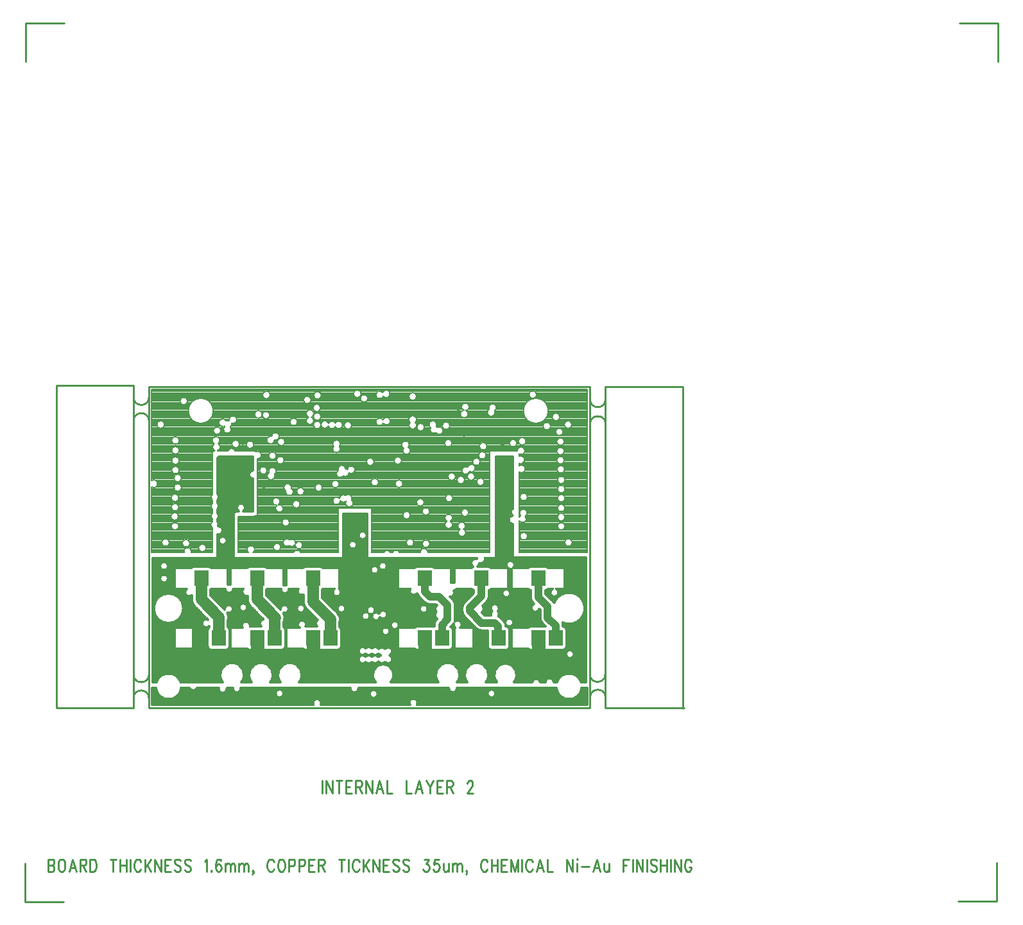
<source format=gbr>
*
*
G04 PADS Layout (Build Number 2007.21.1) generated Gerber (RS-274-X) file*
G04 PC Version=2.1*
*
%IN "2FOC-001.pcb"*%
*
%MOIN*%
*
%FSLAX35Y35*%
*
*
*
*
G04 PC Standard Apertures*
*
*
G04 Thermal Relief Aperture macro.*
%AMTER*
1,1,$1,0,0*
1,0,$1-$2,0,0*
21,0,$3,$4,0,0,45*
21,0,$3,$4,0,0,135*
%
*
*
G04 Annular Aperture macro.*
%AMANN*
1,1,$1,0,0*
1,0,$2,0,0*
%
*
*
G04 Odd Aperture macro.*
%AMODD*
1,1,$1,0,0*
1,0,$1-0.005,0,0*
%
*
*
G04 PC Custom Aperture Macros*
*
*
*
*
*
*
G04 PC Aperture Table*
*
%ADD010C,0.01*%
%ADD015C,0.008*%
%ADD028R,0.075X0.084*%
%ADD029C,0.085*%
%ADD070C,0.001*%
%ADD082C,0.01181*%
%ADD084C,0.05906*%
%ADD085C,0.03937*%
%ADD087C,0.01969*%
%ADD089C,0.07087*%
*
*
*
*
G04 PC Circuitry*
G04 Layer Name 2FOC-001.pcb - circuitry*
%LPD*%
*
*
G04 PC Custom Flashes*
G04 Layer Name 2FOC-001.pcb - flashes*
%LPD*%
*
*
G04 PC Circuitry*
G04 Layer Name 2FOC-001.pcb - circuitry*
%LPD*%
*
G54D10*
G01X314925Y419470D02*
Y412907D01*
X316970Y419470D02*
Y412907D01*
Y419470D02*
X320152Y412907D01*
Y419470D02*
Y412907D01*
X323788Y419470D02*
Y412907D01*
X322198Y419470D02*
X325379D01*
X327425D02*
Y412907D01*
Y419470D02*
X330379D01*
X327425Y416345D02*
X329243D01*
X327425Y412907D02*
X330379D01*
X332425Y419470D02*
Y412907D01*
Y419470D02*
X334470D01*
X335152Y419157*
X335379Y418845*
X335607Y418220*
Y417595*
X335379Y416970*
X335152Y416657*
X334470Y416345*
X332425*
X334016D02*
X335607Y412907D01*
X337652Y419470D02*
Y412907D01*
Y419470D02*
X340834Y412907D01*
Y419470D02*
Y412907D01*
X344698Y419470D02*
X342879Y412907D01*
X344698Y419470D02*
X346516Y412907D01*
X343561Y415095D02*
X345834D01*
X348561Y419470D02*
Y412907D01*
X351288*
X358561Y419470D02*
Y412907D01*
X361288*
X365152Y419470D02*
X363334Y412907D01*
X365152Y419470D02*
X366970Y412907D01*
X364016Y415095D02*
X366288D01*
X369016Y419470D02*
X370834Y416345D01*
Y412907*
X372652Y419470D02*
X370834Y416345D01*
X374698Y419470D02*
Y412907D01*
Y419470D02*
X377652D01*
X374698Y416345D02*
X376516D01*
X374698Y412907D02*
X377652D01*
X379698Y419470D02*
Y412907D01*
Y419470D02*
X381743D01*
X382425Y419157*
X382652Y418845*
X382879Y418220*
Y417595*
X382652Y416970*
X382425Y416657*
X381743Y416345*
X379698*
X381288D02*
X382879Y412907D01*
X390379Y417907D02*
Y418220D01*
X390607Y418845*
X390834Y419157*
X391288Y419470*
X392198*
X392652Y419157*
X392879Y418845*
X393107Y418220*
Y417595*
X392879Y416970*
X392425Y416032*
X390152Y412907*
X393334*
X172602Y378722D02*
Y372159D01*
Y378722D02*
X174647D01*
X175329Y378409*
X175557Y378097*
X175784Y377472*
Y376847*
X175557Y376222*
X175329Y375909*
X174647Y375597*
X172602D02*
X174647D01*
X175329Y375284*
X175557Y374972*
X175784Y374347*
Y373409*
X175557Y372784*
X175329Y372472*
X174647Y372159*
X172602*
X179193Y378722D02*
X178738Y378409D01*
X178284Y377784*
X178057Y377159*
X177829Y376222*
Y374659*
X178057Y373722*
X178284Y373097*
X178738Y372472*
X179193Y372159*
X180102*
X180557Y372472*
X181011Y373097*
X181238Y373722*
X181466Y374659*
Y376222*
X181238Y377159*
X181011Y377784*
X180557Y378409*
X180102Y378722*
X179193*
X185329D02*
X183511Y372159D01*
X185329Y378722D02*
X187147Y372159D01*
X184193Y374347D02*
X186466D01*
X189193Y378722D02*
Y372159D01*
Y378722D02*
X191238D01*
X191920Y378409*
X192147Y378097*
X192375Y377472*
Y376847*
X192147Y376222*
X191920Y375909*
X191238Y375597*
X189193*
X190784D02*
X192375Y372159D01*
X194420Y378722D02*
Y372159D01*
Y378722D02*
X196011D01*
X196693Y378409*
X197147Y377784*
X197375Y377159*
X197602Y376222*
Y374659*
X197375Y373722*
X197147Y373097*
X196693Y372472*
X196011Y372159*
X194420*
X206466Y378722D02*
Y372159D01*
X204875Y378722D02*
X208057D01*
X210102D02*
Y372159D01*
X213284Y378722D02*
Y372159D01*
X210102Y375597D02*
X213284D01*
X215329Y378722D02*
Y372159D01*
X220784Y377159D02*
X220557Y377784D01*
X220102Y378409*
X219647Y378722*
X218738*
X218284Y378409*
X217829Y377784*
X217602Y377159*
X217375Y376222*
Y374659*
X217602Y373722*
X217829Y373097*
X218284Y372472*
X218738Y372159*
X219647*
X220102Y372472*
X220557Y373097*
X220784Y373722*
X222829Y378722D02*
Y372159D01*
X226011Y378722D02*
X222829Y374347D01*
X223966Y375909D02*
X226011Y372159D01*
X228057Y378722D02*
Y372159D01*
Y378722D02*
X231238Y372159D01*
Y378722D02*
Y372159D01*
X233284Y378722D02*
Y372159D01*
Y378722D02*
X236238D01*
X233284Y375597D02*
X235102D01*
X233284Y372159D02*
X236238D01*
X241466Y377784D02*
X241011Y378409D01*
X240329Y378722*
X239420*
X238738Y378409*
X238284Y377784*
Y377159*
X238511Y376534*
X238738Y376222*
X239193Y375909*
X240557Y375284*
X241011Y374972*
X241238Y374659*
X241466Y374034*
Y373097*
X241011Y372472*
X240329Y372159*
X239420*
X238738Y372472*
X238284Y373097*
X246693Y377784D02*
X246238Y378409D01*
X245557Y378722*
X244647*
X243966Y378409*
X243511Y377784*
Y377159*
X243738Y376534*
X243966Y376222*
X244420Y375909*
X245784Y375284*
X246238Y374972*
X246466Y374659*
X246693Y374034*
Y373097*
X246238Y372472*
X245557Y372159*
X244647*
X243966Y372472*
X243511Y373097*
X253966Y377472D02*
X254420Y377784D01*
X255102Y378722*
Y372159*
X257375Y372784D02*
X257147Y372472D01*
X257375Y372159*
X257602Y372472*
X257375Y372784*
X262375Y377784D02*
X262147Y378409D01*
X261466Y378722*
X261011*
X260329Y378409*
X259875Y377472*
X259647Y375909*
Y374347*
X259875Y373097*
X260329Y372472*
X261011Y372159*
X261238*
X261920Y372472*
X262375Y373097*
X262602Y374034*
Y374347*
X262375Y375284*
X261920Y375909*
X261238Y376222*
X261011*
X260329Y375909*
X259875Y375284*
X259647Y374347*
X264647Y376534D02*
Y372159D01*
Y375284D02*
X265329Y376222D01*
X265784Y376534*
X266466*
X266920Y376222*
X267147Y375284*
Y372159*
Y375284D02*
X267829Y376222D01*
X268284Y376534*
X268966*
X269420Y376222*
X269647Y375284*
Y372159*
X271693Y376534D02*
Y372159D01*
Y375284D02*
X272375Y376222D01*
X272829Y376534*
X273511*
X273966Y376222*
X274193Y375284*
Y372159*
Y375284D02*
X274875Y376222D01*
X275329Y376534*
X276011*
X276466Y376222*
X276693Y375284*
Y372159*
X279193Y372472D02*
X278966Y372159D01*
X278738Y372472*
X278966Y372784*
X279193Y372472*
Y371847*
X278966Y371222*
X278738Y370909*
X289875Y377159D02*
X289647Y377784D01*
X289193Y378409*
X288738Y378722*
X287829*
X287375Y378409*
X286920Y377784*
X286693Y377159*
X286466Y376222*
Y374659*
X286693Y373722*
X286920Y373097*
X287375Y372472*
X287829Y372159*
X288738*
X289193Y372472*
X289647Y373097*
X289875Y373722*
X293284Y378722D02*
X292829Y378409D01*
X292375Y377784*
X292147Y377159*
X291920Y376222*
Y374659*
X292147Y373722*
X292375Y373097*
X292829Y372472*
X293284Y372159*
X294193*
X294647Y372472*
X295102Y373097*
X295329Y373722*
X295557Y374659*
Y376222*
X295329Y377159*
X295102Y377784*
X294647Y378409*
X294193Y378722*
X293284*
X297602D02*
Y372159D01*
Y378722D02*
X299647D01*
X300329Y378409*
X300557Y378097*
X300784Y377472*
Y376534*
X300557Y375909*
X300329Y375597*
X299647Y375284*
X297602*
X302829Y378722D02*
Y372159D01*
Y378722D02*
X304875D01*
X305557Y378409*
X305784Y378097*
X306011Y377472*
Y376534*
X305784Y375909*
X305557Y375597*
X304875Y375284*
X302829*
X308057Y378722D02*
Y372159D01*
Y378722D02*
X311011D01*
X308057Y375597D02*
X309875D01*
X308057Y372159D02*
X311011D01*
X313057Y378722D02*
Y372159D01*
Y378722D02*
X315102D01*
X315784Y378409*
X316011Y378097*
X316238Y377472*
Y376847*
X316011Y376222*
X315784Y375909*
X315102Y375597*
X313057*
X314647D02*
X316238Y372159D01*
X325102Y378722D02*
Y372159D01*
X323511Y378722D02*
X326693D01*
X328738D02*
Y372159D01*
X334193Y377159D02*
X333966Y377784D01*
X333511Y378409*
X333057Y378722*
X332147*
X331693Y378409*
X331238Y377784*
X331011Y377159*
X330784Y376222*
Y374659*
X331011Y373722*
X331238Y373097*
X331693Y372472*
X332147Y372159*
X333057*
X333511Y372472*
X333966Y373097*
X334193Y373722*
X336238Y378722D02*
Y372159D01*
X339420Y378722D02*
X336238Y374347D01*
X337375Y375909D02*
X339420Y372159D01*
X341466Y378722D02*
Y372159D01*
Y378722D02*
X344647Y372159D01*
Y378722D02*
Y372159D01*
X346693Y378722D02*
Y372159D01*
Y378722D02*
X349647D01*
X346693Y375597D02*
X348511D01*
X346693Y372159D02*
X349647D01*
X354875Y377784D02*
X354420Y378409D01*
X353738Y378722*
X352829*
X352147Y378409*
X351693Y377784*
Y377159*
X351920Y376534*
X352147Y376222*
X352602Y375909*
X353966Y375284*
X354420Y374972*
X354647Y374659*
X354875Y374034*
Y373097*
X354420Y372472*
X353738Y372159*
X352829*
X352147Y372472*
X351693Y373097*
X360102Y377784D02*
X359647Y378409D01*
X358966Y378722*
X358057*
X357375Y378409*
X356920Y377784*
Y377159*
X357147Y376534*
X357375Y376222*
X357829Y375909*
X359193Y375284*
X359647Y374972*
X359875Y374659*
X360102Y374034*
Y373097*
X359647Y372472*
X358966Y372159*
X358057*
X357375Y372472*
X356920Y373097*
X367829Y378722D02*
X370329D01*
X368966Y376222*
X369647*
X370102Y375909*
X370329Y375597*
X370557Y374659*
Y374034*
X370329Y373097*
X369875Y372472*
X369193Y372159*
X368511*
X367829Y372472*
X367602Y372784*
X367375Y373409*
X375557Y378722D02*
X373284D01*
X373057Y375909*
X373284Y376222*
X373966Y376534*
X374647*
X375329Y376222*
X375784Y375597*
X376011Y374659*
X375784Y374034*
X375557Y373097*
X375102Y372472*
X374420Y372159*
X373738*
X373057Y372472*
X372829Y372784*
X372602Y373409*
X378057Y376534D02*
Y373409D01*
X378284Y372472*
X378738Y372159*
X379420*
X379875Y372472*
X380557Y373409*
Y376534D02*
Y372159D01*
X382602Y376534D02*
Y372159D01*
Y375284D02*
X383284Y376222D01*
X383738Y376534*
X384420*
X384875Y376222*
X385102Y375284*
Y372159*
Y375284D02*
X385784Y376222D01*
X386238Y376534*
X386920*
X387375Y376222*
X387602Y375284*
Y372159*
X390102Y372472D02*
X389875Y372159D01*
X389647Y372472*
X389875Y372784*
X390102Y372472*
Y371847*
X389875Y371222*
X389647Y370909*
X400784Y377159D02*
X400557Y377784D01*
X400102Y378409*
X399647Y378722*
X398738*
X398284Y378409*
X397829Y377784*
X397602Y377159*
X397375Y376222*
Y374659*
X397602Y373722*
X397829Y373097*
X398284Y372472*
X398738Y372159*
X399647*
X400102Y372472*
X400557Y373097*
X400784Y373722*
X402829Y378722D02*
Y372159D01*
X406011Y378722D02*
Y372159D01*
X402829Y375597D02*
X406011D01*
X408057Y378722D02*
Y372159D01*
Y378722D02*
X411011D01*
X408057Y375597D02*
X409875D01*
X408057Y372159D02*
X411011D01*
X413057Y378722D02*
Y372159D01*
Y378722D02*
X414875Y372159D01*
X416693Y378722D02*
X414875Y372159D01*
X416693Y378722D02*
Y372159D01*
X418738Y378722D02*
Y372159D01*
X424193Y377159D02*
X423966Y377784D01*
X423511Y378409*
X423057Y378722*
X422147*
X421693Y378409*
X421238Y377784*
X421011Y377159*
X420784Y376222*
Y374659*
X421011Y373722*
X421238Y373097*
X421693Y372472*
X422147Y372159*
X423057*
X423511Y372472*
X423966Y373097*
X424193Y373722*
X428057Y378722D02*
X426238Y372159D01*
X428057Y378722D02*
X429875Y372159D01*
X426920Y374347D02*
X429193D01*
X431920Y378722D02*
Y372159D01*
X434647*
X441920Y378722D02*
Y372159D01*
Y378722D02*
X445102Y372159D01*
Y378722D02*
Y372159D01*
X447147Y378722D02*
X447375Y378409D01*
X447602Y378722*
X447375Y379034*
X447147Y378722*
X447375Y376534D02*
Y372159D01*
X449647Y374972D02*
X453738D01*
X457602Y378722D02*
X455784Y372159D01*
X457602Y378722D02*
X459420Y372159D01*
X456466Y374347D02*
X458738D01*
X461466Y376534D02*
Y373409D01*
X461693Y372472*
X462147Y372159*
X462829*
X463284Y372472*
X463966Y373409*
Y376534D02*
Y372159D01*
X471238Y378722D02*
Y372159D01*
Y378722D02*
X474193D01*
X471238Y375597D02*
X473057D01*
X476238Y378722D02*
Y372159D01*
X478284Y378722D02*
Y372159D01*
Y378722D02*
X481466Y372159D01*
Y378722D02*
Y372159D01*
X483511Y378722D02*
Y372159D01*
X488738Y377784D02*
X488284Y378409D01*
X487602Y378722*
X486693*
X486011Y378409*
X485557Y377784*
Y377159*
X485784Y376534*
X486011Y376222*
X486466Y375909*
X487829Y375284*
X488284Y374972*
X488511Y374659*
X488738Y374034*
Y373097*
X488284Y372472*
X487602Y372159*
X486693*
X486011Y372472*
X485557Y373097*
X490784Y378722D02*
Y372159D01*
X493966Y378722D02*
Y372159D01*
X490784Y375597D02*
X493966D01*
X496011Y378722D02*
Y372159D01*
X498057Y378722D02*
Y372159D01*
Y378722D02*
X501238Y372159D01*
Y378722D02*
Y372159D01*
X506693Y377159D02*
X506466Y377784D01*
X506011Y378409*
X505557Y378722*
X504647*
X504193Y378409*
X503738Y377784*
X503511Y377159*
X503284Y376222*
Y374659*
X503511Y373722*
X503738Y373097*
X504193Y372472*
X504647Y372159*
X505557*
X506011Y372472*
X506466Y373097*
X506693Y373722*
Y374659*
X505557D02*
X506693D01*
X224988Y457218D02*
X454098D01*
Y623931*
X224988*
Y457218*
X180870Y812710D02*
X160870D01*
Y792710*
X160791Y376490D02*
Y356490D01*
X180791*
X645437Y356805D02*
X665437D01*
Y376805*
X665909Y792631D02*
Y812631D01*
X645909*
X216893Y624718D02*
Y457198D01*
X176933*
Y624521*
X216696*
X454107Y617296D02*
G75*
G03X462107I4000J0D01*
G01X462141Y604588D02*
G03X454141I-4000J-0D01*
G01X217014Y618422D02*
G03X225014I4000J0D01*
G01X225027Y606151D02*
G03X217027I-4000J0D01*
G01X217014Y474524D02*
G03X225014I4000J0D01*
G01X224962Y462256D02*
G03X216962I-4000J-0D01*
G01X454022Y474721D02*
G03X462022I4000J0D01*
G01X502917Y457198D02*
X462078D01*
Y623931*
X502326*
Y456805*
X462155Y462660D02*
G03X454155I-4000J-0D01*
G54D15*
G01X444852Y543025D02*
G03X444852I-1974J0D01*
G01X441112Y551490D02*
G03X441112I-1975J0D01*
G01Y556214D02*
G03X441112I-1975J0D01*
G01Y560939D02*
G03X441112I-1975J0D01*
G01Y566057D02*
G03X441112I-1975J0D01*
G01Y570781D02*
G03X441112I-1975J0D01*
G01Y575506D02*
G03X441112I-1975J0D01*
G01X440915Y581017D02*
G03X440915I-1974J0D01*
G01X440719Y585742D02*
G03X440719I-1975J0D01*
G01Y590466D02*
G03X440719I-1975J0D01*
G01Y595387D02*
G03X440719I-1975J0D01*
G01X444656Y604246D02*
G03X444656I-1975J0D01*
G01X440128Y600506D02*
G03X440128I-1975J0D01*
G01X438356Y608183D02*
G03X438356I-1975J0D01*
G01X433632Y603458D02*
G03X433632I-1975J0D01*
G01X421624Y546372D02*
G03X421624I-1975J0D01*
G01Y566647D02*
G03X421624I-1975J0D01*
G01X420837Y595584D02*
G03X420837I-1975J0D01*
G01X432439Y611395D02*
G03X432439I-6491J0D01*
G01X426348Y619797D02*
G03X426348I-1974J0D01*
G01X416112Y594600D02*
G03X416112I-1975J0D01*
G01X399183Y574521D02*
G03X399183I-1975J0D01*
G01X391112Y558576D02*
G03X391112I-1975J0D01*
G01X394262Y577277D02*
G03X394262I-1975J0D01*
G01X388947Y575506D02*
G03X388947I-1975J0D01*
G01X397018Y584954D02*
G03X397018I-1975J0D01*
G01X400167Y588301D02*
G03X400167I-1974J0D01*
G01X400561Y593025D02*
G03X400561I-1975J0D01*
G01X382845Y566057D02*
G03X382845I-1975J0D01*
G01X384222Y577277D02*
G03X384222I-1974J0D01*
G01X382451Y594600D02*
G03X382451I-1975J0D01*
G01X381270Y603655D02*
G03X381270I-1975J0D01*
G01X367884Y563891D02*
G03X367884I-1975J0D01*
G01X368081Y602868D02*
G03X368081I-1975J0D01*
G01X362569Y543025D02*
G03X362569I-1975J0D01*
G01X360797Y557198D02*
G03X360797I-1975J0D01*
G01X356860Y573537D02*
G03X356860I-1975J0D01*
G01X363947Y618813D02*
G03X363947I-1975J0D01*
G01X344262Y574324D02*
G03X344262I-1975J0D01*
G01X341900Y584954D02*
G03X341900I-1975J0D01*
G01X338750Y617828D02*
G03X338750I-1975J0D01*
G01X323789Y573340D02*
G03X323789I-1974J0D01*
G01X335207Y620191D02*
G03X335207I-1975J0D01*
G01X330285Y603852D02*
G03X330285I-1974J0D01*
G01X315128Y571569D02*
G03X315128I-1975J0D01*
G01X314341Y608380D02*
G03X314341I-1975J0D01*
G01X314144Y612907D02*
G03X314144I-1975J0D01*
G01X314537Y619403D02*
G03X314537I-1974J0D01*
G01X303514Y562907D02*
G03X303514I-1975J0D01*
G01X305679Y569600D02*
G03X305679I-1975J0D01*
G01X309222Y617041D02*
G03X309222I-1974J0D01*
G01X298002Y553458D02*
G03X298002I-1975J0D01*
G01X302136Y605624D02*
G03X302136I-1975J0D01*
G01X293474Y540663D02*
G03X293474I-1974J0D01*
G01X295246Y585742D02*
G03X295246I-1975J0D01*
G01X295640Y595191D02*
G03X295640I-1975J0D01*
G01X291112Y588104D02*
G03X291112I-1975J0D01*
G01X286388Y580427D02*
G03X286388I-1975J0D01*
G01X287766Y609167D02*
G03X287766I-1975J0D01*
G01X287963Y619600D02*
G03X287963I-1975J0D01*
G01X283829Y609561D02*
G03X283829I-1975J0D01*
G01X279498Y593813D02*
G03X279498I-1975J0D01*
G01X272018Y594206D02*
G03X272018I-1975J0D01*
G01X254695Y540269D02*
G03X254695I-1975J0D01*
G01X246230Y542631D02*
G03X246230I-1974J0D01*
G01X258423Y611395D02*
G03X258423I-6490J0D01*
G01X240522Y551490D02*
G03X240522I-1975J0D01*
G01X240325Y556608D02*
G03X240325I-1975J0D01*
G01X240522Y561332D02*
G03X240522I-1975J0D01*
G01Y566254D02*
G03X240522I-1975J0D01*
G01X241900Y571569D02*
G03X241900I-1975J0D01*
G01Y576490D02*
G03X241900I-1975J0D01*
G01X245049Y616450D02*
G03X245049I-1975J0D01*
G01X240719Y580624D02*
G03X240719I-1975J0D01*
G01Y585545D02*
G03X240719I-1975J0D01*
G01Y590860D02*
G03X240719I-1975J0D01*
G01Y595978D02*
G03X240719I-1975J0D01*
G01X235600Y543025D02*
G03X235600I-1974J0D01*
G01X233041Y604246D02*
G03X233041I-1974J0D01*
G01X262372Y601096D02*
G03X262372I-1975J0D01*
G01X356270Y585545D02*
G03X356270I-1975J0D01*
G01X370837Y542435D02*
G03X370837I-1975J0D01*
G01Y559167D02*
G03X370837I-1975J0D01*
G01X452714Y537913D02*
Y622546D01*
X226372*
Y575142*
Y571932D02*
G03Y575142I1151J1605D01*
G01Y571932D02*
Y537913D01*
X243156*
X246929D02*
G03X243156I-1886J585D01*
G01X246929D02*
X257832D01*
Y550896*
Y554052D02*
G03Y550896I1187J-1578D01*
G01Y554052D02*
Y555396D01*
Y558213D02*
G03Y555396I1384J-1408D01*
G01Y558213D02*
Y560514D01*
Y563331D02*
G03Y560514I1384J-1408D01*
G01Y563331D02*
Y565239D01*
Y568056D02*
G03Y565239I1384J-1409D01*
G01Y568056D02*
Y588882D01*
Y588900D02*
G03Y588882I1975J-9D01*
G01Y588900D02*
Y590079D01*
X258229*
X259279Y590794D02*
G03X258229Y590079I528J-1903D01*
G01X258863Y594243D02*
G03X259279Y590794I1141J-1612D01*
G01X260948Y594366D02*
G03X258863Y594243I-1141J1612D01*
G01X260531Y590728D02*
G03X260948Y594366I-527J1903D01*
G01X260666Y590669D02*
G03X260531Y590728I-859J-1778D01*
G01X260666Y590669D02*
X266069D01*
X269686D02*
G03X266069I-1808J-793D01*
G01X269686D02*
X279098D01*
X280490Y590217D02*
G03X279098Y590669I-1392J-1916D01*
G01X281467Y586523D02*
G03X280490Y590217I-7J1975D01*
G01X281467Y586523D02*
Y558970D01*
X281270Y558025D02*
G03X281467Y558970I-2172J945D01*
G01X281270Y558025D02*
Y556995D01*
X280406*
X279098Y556602D02*
G03X280406Y556995I0J2368D01*
G01X279098Y556602D02*
X271427D01*
Y537913*
X276717*
X279117D02*
G03X276717I-1200J1569D01*
G01X279117D02*
X300124D01*
X303741D02*
G03X300124I-1808J-793D01*
G01X303741D02*
X323186D01*
Y560945*
X340719*
Y537913*
X346878*
X350295D02*
G03X346878I-1709J-990D01*
G01X350295D02*
X351502D01*
X355119D02*
G03X351502I-1808J-793D01*
G01X355119D02*
X365912D01*
X369843D02*
G03X365912I-1965J191D01*
G01X369843D02*
X402123D01*
Y590472*
X416306*
X417293Y588947D02*
G03X416306Y590472I978J1716D01*
G01X417293Y588947D02*
Y587752D01*
Y584125D02*
G03Y587752I781J1814D01*
G01Y584125D02*
Y582802D01*
Y579627D02*
G03Y582802I1175J1587D01*
G01Y579627D02*
Y556115D01*
X418089Y556950D02*
G03X417293Y556115I970J-1720D01*
G01X420422Y556659D02*
G03X418089Y556950I-970J1721D01*
G01X417293Y554345D02*
G03X420422Y556659I1766J885D01*
G01X417293Y554345D02*
Y537913D01*
X452714*
X444852Y543025D02*
G03X444852I-1974J0D01*
G01X441112Y551490D02*
G03X441112I-1975J0D01*
G01Y556214D02*
G03X441112I-1975J0D01*
G01Y560939D02*
G03X441112I-1975J0D01*
G01Y566057D02*
G03X441112I-1975J0D01*
G01Y570781D02*
G03X441112I-1975J0D01*
G01Y575506D02*
G03X441112I-1975J0D01*
G01X440915Y581017D02*
G03X440915I-1974J0D01*
G01X440719Y585742D02*
G03X440719I-1975J0D01*
G01Y590466D02*
G03X440719I-1975J0D01*
G01Y595387D02*
G03X440719I-1975J0D01*
G01X444656Y604246D02*
G03X444656I-1975J0D01*
G01X440128Y600506D02*
G03X440128I-1975J0D01*
G01X438356Y608183D02*
G03X438356I-1975J0D01*
G01X433632Y603458D02*
G03X433632I-1975J0D01*
G01X421624Y546372D02*
G03X421624I-1975J0D01*
G01Y566647D02*
G03X421624I-1975J0D01*
G01X420837Y595584D02*
G03X420837I-1975J0D01*
G01X432439Y611395D02*
G03X432439I-6491J0D01*
G01X426348Y619797D02*
G03X426348I-1974J0D01*
G01X416112Y594600D02*
G03X416112I-1975J0D01*
G01X404501Y611397D02*
G03X401726Y612251I-994J1707D01*
X404501Y611397I994J-1706*
G01X399183Y574521D02*
G03X399183I-1975J0D01*
G01X386599Y549867D02*
G03X388330Y549963I964J-1724D01*
X386599Y549867I-964J1724*
G01X391112Y558576D02*
G03X391112I-1975J0D01*
G01X394262Y577277D02*
G03X394262I-1975J0D01*
G01X388947Y575506D02*
G03X388947I-1975J0D01*
G01X391442Y579930D02*
G03X390573Y582105I1042J1678D01*
X391442Y579930I-1042J-1678*
G01X397018Y584954D02*
G03X397018I-1975J0D01*
G01X400167Y588301D02*
G03X400167I-1974J0D01*
G01X400561Y593025D02*
G03X400561I-1975J0D01*
G01X389594Y611540D02*
G03X388484Y611715I-260J1958D01*
X389594Y611540I260J-1958*
G01X381545Y554049D02*
G03X379800I-872J1771D01*
X381545I873J-1772*
G01X382845Y566057D02*
G03X382845I-1975J0D01*
G01X384222Y577277D02*
G03X384222I-1974J0D01*
G01X382451Y594600D02*
G03X382451I-1975J0D01*
G01X374084Y600039D02*
G03X374664Y602744I1668J1057D01*
G01X371263Y602634D02*
G03X374084Y600039I1733J-947D01*
G01X374138Y603298D02*
G03X371263Y602634I-1733J948D01*
G01X374663Y602744D02*
G03X374138Y603298I-1667J-1057D01*
G01X381270Y603655D02*
G03X381270I-1975J0D01*
G01X367884Y563891D02*
G03X367884I-1975J0D01*
G01X368081Y602868D02*
G03X368081I-1975J0D01*
G01X362569Y543025D02*
G03X362569I-1975J0D01*
G01X360797Y557198D02*
G03X360797I-1975J0D01*
G01X356860Y573537D02*
G03X356860I-1975J0D01*
G01X357392Y592025D02*
G03X359662Y592451I1430J-1362D01*
X357392Y592025I-1430J1362*
G01X363284Y605328D02*
G03X360660I-1312J1477D01*
X363284I1312J-1476*
G01X363947Y618813D02*
G03X363947I-1975J0D01*
G01X344262Y574324D02*
G03X344262I-1975J0D01*
G01X346712Y604976D02*
G03X346524Y606665I1677J1041D01*
X346712Y604976I-1678J-1041*
G01X346694Y618904D02*
G03X346344Y620886I1499J1287D01*
X346694Y618904I-1498J-1286*
G01X341900Y584954D02*
G03X341900I-1975J0D01*
G01X338750Y617828D02*
G03X338750I-1975J0D01*
G01X327366Y564446D02*
G03X330240Y565109I1732J-948D01*
G01X327343Y564462D02*
G03X327366Y564446I1164J1595D01*
G01X324380Y564660D02*
G03X327343Y564462I1568J1200D01*
G01X323974Y565879D02*
G03X324380Y564660I-1569J-1200D01*
G01X327113Y567455D02*
G03X323974Y565879I-1165J-1595D01*
G01X330240Y565109D02*
G03X327113Y567455I-1733J948D01*
G01X323789Y573340D02*
G03X323789I-1974J0D01*
G01X328907Y579233D02*
G03X328108Y580833I1175J1587D01*
G01X325845Y577598D02*
G03X328907Y579233I1088J1648D01*
G01X323342Y580445D02*
G03X325845Y577598I835J-1790D01*
G01X327136Y581214D02*
G03X323342Y580445I-1975J0D01*
G01X327136Y581214D02*
Y581210D01*
X328107Y580833D02*
G03X327136Y581210I-1174J-1587D01*
G01X335207Y620191D02*
G03X335207I-1975J0D01*
G01X330285Y603852D02*
G03X330285I-1974J0D01*
G01X323909Y592927D02*
G03X320901I-1504J1279D01*
X323909I1504J-1280*
G01X315128Y571569D02*
G03X315128I-1975J0D01*
G01X321815Y603176D02*
G03Y604921I1771J873D01*
G01X318140Y603521D02*
G03X321815Y603176I1903J528D01*
G01X314340Y604024D02*
G03X318140Y603521I1963J222D01*
G01X314328Y604271D02*
G03X314340Y604024I-1962J-222D01*
G01X318206Y604773D02*
G03X314328Y604271I-1903J-527D01*
G01X321815Y604921D02*
G03X318206Y604773I-1772J-872D01*
G01X314341Y608380D02*
G03X314341I-1975J0D01*
G01X309260Y608084D02*
G03X307991I-634J1870D01*
X309260I635J-1870*
G01X314144Y612907D02*
G03X314144I-1975J0D01*
G01X314537Y619403D02*
G03X314537I-1974J0D01*
G01X300977Y542016D02*
G03X301117Y542459I1940J-369D01*
G01X297782Y541430D02*
G03X300977Y542016I1395J1398D01*
G01X298012Y544423D02*
G03X297782Y541430I-1394J-1398D01*
G01X301117Y542459D02*
G03X298012Y544423I-1940J369D01*
G01X303514Y562907D02*
G03X303514I-1975J0D01*
G01X305679Y569600D02*
G03X305679I-1975J0D01*
G01X309222Y617041D02*
G03X309222I-1974J0D01*
G01X298002Y553458D02*
G03X298002I-1975J0D01*
G01X296068Y569833D02*
G03X298939Y571138I1928J-430D01*
X296068Y569833I-1928J431*
G01X302136Y605624D02*
G03X302136I-1975J0D01*
G01X293474Y540663D02*
G03X293474I-1974J0D01*
G01X291550Y562361D02*
G03X292237Y562666I1131J-1619D01*
X291550Y562361I-1131J1619*
G01X295246Y585742D02*
G03X295246I-1975J0D01*
G01X295640Y595191D02*
G03X295640I-1975J0D01*
G01X290131Y578327D02*
G03X287356Y579181I-994J1706D01*
G01Y579180D02*
G03X290131Y578327I994J-1706D01*
G01X291112Y588104D02*
G03X291112I-1975J0D01*
G01X286388Y580427D02*
G03X286388I-1975J0D01*
G01X290126Y596257D02*
G03X288739Y598061I586J1886D01*
X290126Y596257I-586J-1886*
G01X287766Y609167D02*
G03X287766I-1975J0D01*
G01X287963Y619600D02*
G03X287963I-1975J0D01*
G01X283829Y609561D02*
G03X283829I-1975J0D01*
G01X279498Y593813D02*
G03X279498I-1975J0D01*
G01X272018Y594206D02*
G03X272018I-1975J0D01*
G01X267794Y605032D02*
G03X266780Y606215I871J1773D01*
G01X267218Y602964D02*
G03X267794Y605032I-1309J1479D01*
G01X264403Y603165D02*
G03X267218Y602964I1309J-1478D01*
G01X264203Y603449D02*
G03X264403Y603165I1706J994D01*
G01X265056Y606224D02*
G03X264203Y603449I-1706J-994D01*
G01X266780Y606215D02*
G03X265056Y606224I-871J-1772D01*
G01X254695Y540269D02*
G03X254695I-1975J0D01*
G01X246230Y542631D02*
G03X246230I-1974J0D01*
G01X258423Y611395D02*
G03X258423I-6490J0D01*
G01X240522Y551490D02*
G03X240522I-1975J0D01*
G01X240325Y556608D02*
G03X240325I-1975J0D01*
G01X240522Y561332D02*
G03X240522I-1975J0D01*
G01Y566254D02*
G03X240522I-1975J0D01*
G01X241900Y571569D02*
G03X241900I-1975J0D01*
G01Y576490D02*
G03X241900I-1975J0D01*
G01X245049Y616450D02*
G03X245049I-1975J0D01*
G01X240719Y580624D02*
G03X240719I-1975J0D01*
G01Y585545D02*
G03X240719I-1975J0D01*
G01Y590860D02*
G03X240719I-1975J0D01*
G01Y595978D02*
G03X240719I-1975J0D01*
G01X235600Y543025D02*
G03X235600I-1974J0D01*
G01X233041Y604246D02*
G03X233041I-1974J0D01*
G01X262372Y601096D02*
G03X262372I-1975J0D01*
G01X356270Y585545D02*
G03X356270I-1975J0D01*
G01X370837Y542435D02*
G03X370837I-1975J0D01*
G01Y559167D02*
G03X370837I-1975J0D01*
G01X348421Y622152D02*
X452714D01*
X425481Y621432D02*
X452714D01*
X426124Y620712D02*
X452714D01*
X426339Y619992D02*
X452714D01*
X426277Y619272D02*
X452714D01*
X425907Y618552D02*
X452714D01*
X426782Y617832D02*
X452714D01*
X429022Y617112D02*
X452714D01*
X430091Y616392D02*
X452714D01*
X430831Y615672D02*
X452714D01*
X431378Y614952D02*
X452714D01*
X431786Y614232D02*
X452714D01*
X432084Y613512D02*
X452714D01*
X432287Y612792D02*
X452714D01*
X432404Y612072D02*
X452714D01*
X432439Y611352D02*
X452714D01*
X432394Y610632D02*
X452714D01*
X437335Y609912D02*
X452714D01*
X438079Y609192D02*
X452714D01*
X438335Y608472D02*
X452714D01*
X438309Y607752D02*
X452714D01*
X437987Y607032D02*
X452714D01*
X437015Y606312D02*
X452714D01*
X444125Y605592D02*
X452714D01*
X444554Y604872D02*
X452714D01*
X444653Y604152D02*
X452714D01*
X444480Y603432D02*
X452714D01*
X443925Y602712D02*
X452714D01*
X439453Y601992D02*
X452714D01*
X439973Y601272D02*
X452714D01*
X440127Y600552D02*
X452714D01*
X440010Y599832D02*
X452714D01*
X439553Y599112D02*
X452714D01*
X292671Y598392D02*
X452714D01*
X292630Y597672D02*
X452714D01*
X439949Y596952D02*
X452714D01*
X440529Y596232D02*
X452714D01*
X440715Y595512D02*
X452714D01*
X440627Y594792D02*
X452714D01*
X440217Y594072D02*
X452714D01*
X415668Y593352D02*
X452714D01*
X418422Y592632D02*
X452714D01*
X440089Y591912D02*
X452714D01*
X440580Y591192D02*
X452714D01*
X440719Y590472D02*
X452714D01*
X440585Y589752D02*
X452714D01*
X440101Y589032D02*
X452714D01*
X417293Y588312D02*
X452714D01*
X439434Y587592D02*
X452714D01*
X440363Y586872D02*
X452714D01*
X440675Y586152D02*
X452714D01*
X440694Y585432D02*
X452714D01*
X440429Y584712D02*
X452714D01*
X439659Y583992D02*
X452714D01*
X417293Y583272D02*
X452714D01*
X440183Y582552D02*
X452714D01*
X440739Y581832D02*
X452714D01*
X440913Y581112D02*
X452714D01*
X440814Y580392D02*
X452714D01*
X440386Y579672D02*
X452714D01*
X417293Y578952D02*
X452714D01*
X417293Y578232D02*
X452714D01*
X417293Y577512D02*
X452714D01*
X440636Y576792D02*
X452714D01*
X441029Y576072D02*
X452714D01*
X441106Y575352D02*
X452714D01*
X440909Y574632D02*
X452714D01*
X440304Y573912D02*
X452714D01*
X417293Y573192D02*
X452714D01*
X440157Y572472D02*
X452714D01*
X440857Y571752D02*
X452714D01*
X441096Y571032D02*
X452714D01*
X441056Y570312D02*
X452714D01*
X440714Y569592D02*
X452714D01*
X439643Y568872D02*
X452714D01*
X420928Y568152D02*
X452714D01*
X440555Y567432D02*
X452714D01*
X441000Y566712D02*
X452714D01*
X441111Y565992D02*
X452714D01*
X440950Y565272D02*
X452714D01*
X440416Y564552D02*
X452714D01*
X417293Y563832D02*
X452714D01*
X417293Y563112D02*
X452714D01*
X440474Y562392D02*
X452714D01*
X440971Y561672D02*
X452714D01*
X441112Y560952D02*
X452714D01*
X440982Y560232D02*
X452714D01*
X440503Y559512D02*
X452714D01*
X421384Y558792D02*
X452714D01*
X439807Y558072D02*
X452714D01*
X440751Y557352D02*
X452714D01*
X441068Y556632D02*
X452714D01*
X441089Y555912D02*
X452714D01*
X440827Y555192D02*
X452714D01*
X440067Y554472D02*
X452714D01*
X420369Y553752D02*
X452714D01*
X440371Y553032D02*
X452714D01*
X440933Y552312D02*
X452714D01*
X441110Y551592D02*
X452714D01*
X441013Y550872D02*
X452714D01*
X440590Y550152D02*
X452714D01*
X417293Y549432D02*
X452714D01*
X417293Y548712D02*
X452714D01*
X420778Y547992D02*
X452714D01*
X421407Y547272D02*
X452714D01*
X421616Y546552D02*
X452714D01*
X421549Y545832D02*
X452714D01*
X421170Y545112D02*
X452714D01*
X444303Y544392D02*
X452714D01*
X444743Y543672D02*
X452714D01*
X444851Y542952D02*
X452714D01*
X444686Y542232D02*
X452714D01*
X444147Y541512D02*
X452714D01*
X417293Y540792D02*
X452714D01*
X417293Y540072D02*
X452714D01*
X417293Y539352D02*
X452714D01*
X417293Y538632D02*
X452714D01*
X417293Y541512D02*
X441609D01*
X417293Y544392D02*
X441452D01*
X433486Y602712D02*
X441437D01*
X428855Y605592D02*
X441236D01*
X417293Y542232D02*
X441069D01*
X417293Y543672D02*
X441012D01*
X417293Y542952D02*
X440904D01*
X433632Y603432D02*
X440881D01*
X433036Y604872D02*
X440808D01*
X433506Y604152D02*
X440708D01*
X417293Y568872D02*
X438632D01*
X421403Y558072D02*
X438468D01*
X420882Y554472D02*
X438207D01*
X417293Y572472D02*
X438117D01*
X419154Y587592D02*
X438054D01*
X417293Y573912D02*
X437971D01*
X417293Y553032D02*
X437904D01*
X417293Y564552D02*
X437858D01*
X418408Y583992D02*
X437828D01*
X417293Y562392D02*
X437801D01*
X421070Y559512D02*
X437772D01*
X421461Y567432D02*
X437720D01*
X419921Y582552D02*
X437698D01*
X417293Y550152D02*
X437685D01*
X417293Y576792D02*
X437639D01*
X417293Y569592D02*
X437561D01*
X420286Y596952D02*
X437539D01*
X421139Y557352D02*
X437523D01*
X419702Y579672D02*
X437495D01*
X421033Y555192D02*
X437448D01*
X417293Y571752D02*
X437418D01*
X419801Y591912D02*
X437399D01*
X419385Y589032D02*
X437386D01*
X417293Y574632D02*
X437366D01*
X417293Y552312D02*
X437342D01*
X421067Y565272D02*
X437325D01*
X417293Y561672D02*
X437304D01*
X420136Y560232D02*
X437293D01*
X421623Y566712D02*
X437274D01*
X420132Y594072D02*
X437271D01*
X417293Y550872D02*
X437262D01*
X417293Y576072D02*
X437246D01*
X417293Y570312D02*
X437219D01*
X420449Y556632D02*
X437207D01*
X420912Y555912D02*
X437186D01*
X417293Y571032D02*
X437179D01*
X417293Y575352D02*
X437169D01*
X417293Y551592D02*
X437165D01*
X421512Y565992D02*
X437164D01*
X417293Y560952D02*
X437163D01*
X420344Y581832D02*
X437142D01*
X419815Y586872D02*
X437124D01*
X420264Y580392D02*
X437067D01*
X419622Y584712D02*
X437059D01*
X420440Y581112D02*
X436968D01*
X420727Y596232D02*
X436959D01*
X420174Y591192D02*
X436907D01*
X420023Y589752D02*
X436902D01*
X420671Y594792D02*
X436861D01*
X432980Y601992D02*
X436853D01*
X420038Y586152D02*
X436812D01*
X419983Y585432D02*
X436793D01*
X420835Y595512D02*
X436773D01*
X420237Y590472D02*
X436769D01*
X292433Y599112D02*
X436754D01*
X377719Y601272D02*
X436333D01*
X377269Y599832D02*
X436297D01*
X377650Y600552D02*
X436179D01*
X429984Y606312D02*
X435748D01*
X432267Y609912D02*
X435428D01*
X430754Y607032D02*
X434776D01*
X432054Y609192D02*
X434684D01*
X431320Y607752D02*
X434454D01*
X431743Y608472D02*
X434428D01*
X380360Y601992D02*
X430334D01*
X380850Y604872D02*
X430278D01*
X381030Y602712D02*
X429829D01*
X381206Y604152D02*
X429808D01*
X381257Y603432D02*
X429682D01*
X424573Y617832D02*
X425115D01*
X363686D02*
X424175D01*
X349728Y621432D02*
X423266D01*
X379680Y605592D02*
X423041D01*
X362976Y617112D02*
X422875D01*
X363930Y618552D02*
X422841D01*
X362512Y620712D02*
X422624D01*
X363893Y619272D02*
X422470D01*
X363556Y619992D02*
X422408D01*
X363884Y606312D02*
X421913D01*
X338131Y616392D02*
X421806D01*
X363934Y607032D02*
X421143D01*
X308671Y615672D02*
X421066D01*
X363705Y607752D02*
X420577D01*
X404203Y614952D02*
X420519D01*
X390243Y608472D02*
X420153D01*
X405128Y614232D02*
X420111D01*
X404159Y609192D02*
X419843D01*
X405440Y613512D02*
X419813D01*
X404591Y609912D02*
X419630D01*
X405458Y612792D02*
X419610D01*
X404693Y610632D02*
X419503D01*
X405191Y612072D02*
X419493D01*
X404522Y611352D02*
X419458D01*
X417293Y560232D02*
X418768D01*
X417293Y547992D02*
X418520D01*
X417293Y568152D02*
X418370D01*
X417293Y565272D02*
X418232D01*
X417293Y545112D02*
X418128D01*
X414302Y592632D02*
X418121D01*
X417293Y547272D02*
X417892D01*
X417293Y567432D02*
X417837D01*
X417293Y559512D02*
X417835D01*
X417293Y565992D02*
X417786D01*
X417293Y557352D02*
X417766D01*
X417293Y545832D02*
X417750D01*
X417293Y553752D02*
X417749D01*
X417293Y583992D02*
X417741D01*
X417293Y546552D02*
X417683D01*
X417293Y566712D02*
X417675D01*
X417293Y556632D02*
X417668D01*
X416040Y594072D02*
X417592D01*
X417293Y558792D02*
X417521D01*
X417293Y558072D02*
X417502D01*
X294558Y596952D02*
X417437D01*
X416103Y594792D02*
X417053D01*
X415249Y596232D02*
X416996D01*
X415889Y595512D02*
X416888D01*
X400217Y591912D02*
X416742D01*
X399321Y591192D02*
X416369D01*
X400522Y592632D02*
X413972D01*
X381588Y596232D02*
X413026D01*
X400534Y593352D02*
X412607D01*
X382228Y595512D02*
X412386D01*
X400261Y594072D02*
X412234D01*
X399468Y594792D02*
X412172D01*
X390670Y614952D02*
X402812D01*
X360788Y590472D02*
X402123D01*
X399532Y589752D02*
X402123D01*
X400027Y589032D02*
X402123D01*
X400167Y588312D02*
X402123D01*
X400036Y587592D02*
X402123D01*
X399556Y586872D02*
X402123D01*
X396613Y586152D02*
X402123D01*
X396959Y585432D02*
X402123D01*
X397003Y584712D02*
X402123D01*
X396767Y583992D02*
X402123D01*
X396077Y583272D02*
X402123D01*
X394218Y582552D02*
X402123D01*
X394446Y581832D02*
X402123D01*
X394395Y581112D02*
X402123D01*
X394040Y580392D02*
X402123D01*
X392875Y579672D02*
X402123D01*
X393333Y578952D02*
X402123D01*
X394016Y578232D02*
X402123D01*
X394248Y577512D02*
X402123D01*
X394201Y576792D02*
X402123D01*
X398431Y576072D02*
X402123D01*
X399000Y575352D02*
X402123D01*
X399180Y574632D02*
X402123D01*
X399087Y573912D02*
X402123D01*
X398669Y573192D02*
X402123D01*
X356549Y572472D02*
X402123D01*
X355730Y571752D02*
X402123D01*
X315054Y571032D02*
X402123D01*
X314677Y570312D02*
X402123D01*
X305679Y569592D02*
X402123D01*
X305540Y568872D02*
X402123D01*
X305047Y568152D02*
X402123D01*
X382287Y567432D02*
X402123D01*
X382733Y566712D02*
X402123D01*
X382843Y565992D02*
X402123D01*
X382682Y565272D02*
X402123D01*
X382149Y564552D02*
X402123D01*
X367883Y563832D02*
X402123D01*
X367724Y563112D02*
X402123D01*
X367194Y562392D02*
X402123D01*
X329851Y561672D02*
X402123D01*
X369706Y560952D02*
X402123D01*
X390214Y560232D02*
X402123D01*
X390876Y559512D02*
X402123D01*
X391100Y558792D02*
X402123D01*
X391047Y558072D02*
X402123D01*
X390687Y557352D02*
X402123D01*
X389483Y556632D02*
X402123D01*
X382646Y555912D02*
X402123D01*
X382545Y555192D02*
X402123D01*
X382116Y554472D02*
X402123D01*
X381986Y553752D02*
X402123D01*
X388811Y553032D02*
X402123D01*
X389239Y552312D02*
X402123D01*
X389338Y551592D02*
X402123D01*
X389165Y550872D02*
X402123D01*
X388609Y550152D02*
X402123D01*
X389059Y549432D02*
X402123D01*
X389454Y548712D02*
X402123D01*
X389532Y547992D02*
X402123D01*
X389335Y547272D02*
X402123D01*
X388732Y546552D02*
X402123D01*
X340719Y545832D02*
X402123D01*
X340719Y545112D02*
X402123D01*
X369123Y544392D02*
X402123D01*
X370401Y543672D02*
X402123D01*
X370768Y542952D02*
X402123D01*
X370826Y542232D02*
X402123D01*
X370608Y541512D02*
X402123D01*
X369958Y540792D02*
X402123D01*
X368040Y540072D02*
X402123D01*
X369408Y539352D02*
X402123D01*
X369780Y538632D02*
X402123D01*
X391167Y614232D02*
X401887D01*
X391309Y613512D02*
X401575D01*
X391179Y612792D02*
X401557D01*
X390701Y612072D02*
X401468D01*
X390636Y609192D02*
X401281D01*
X389909Y611352D02*
X400918D01*
X390712Y609912D02*
X400849D01*
X390514Y610632D02*
X400747D01*
X360725Y591192D02*
X397852D01*
X382441Y594792D02*
X397704D01*
X360352Y591912D02*
X396955D01*
X382379Y594072D02*
X396912D01*
X360575Y589752D02*
X396853D01*
X395514Y586872D02*
X396829D01*
X380641Y592632D02*
X396651D01*
X382007Y593352D02*
X396639D01*
X359936Y589032D02*
X396358D01*
X293961Y587592D02*
X396349D01*
X291101Y588312D02*
X396218D01*
X393852Y576072D02*
X395986D01*
X356830Y573192D02*
X395748D01*
X392727Y575352D02*
X395417D01*
X388139Y573912D02*
X395330D01*
X388743Y574632D02*
X395237D01*
X355757Y586872D02*
X394572D01*
X393547Y583272D02*
X394009D01*
X356174Y586152D02*
X393473D01*
X355515Y583992D02*
X393318D01*
X356266Y585432D02*
X393127D01*
X356086Y584712D02*
X393083D01*
X391356Y579672D02*
X392093D01*
X388941Y575352D02*
X391847D01*
X340959Y583272D02*
X391421D01*
X390845Y578952D02*
X391241D01*
X331032Y582552D02*
X390749D01*
X388864Y576072D02*
X390723D01*
X383976Y578232D02*
X390558D01*
X388470Y576792D02*
X390373D01*
X384208Y577512D02*
X390326D01*
X382473Y556632D02*
X388792D01*
X383294Y578952D02*
X388218D01*
X331778Y581832D02*
X388144D01*
X370525Y560232D02*
X388061D01*
X257362Y614952D02*
X387998D01*
X313959Y612072D02*
X387968D01*
X331689Y579672D02*
X387706D01*
X332035Y581112D02*
X387679D01*
X381919Y557352D02*
X387588D01*
X313386Y611352D02*
X387579D01*
X332010Y580392D02*
X387557D01*
X313633Y614232D02*
X387501D01*
X314140Y612792D02*
X387490D01*
X370806Y559512D02*
X387398D01*
X314049Y613512D02*
X387359D01*
X363030Y608472D02*
X387244D01*
X370505Y558072D02*
X387228D01*
X370801Y558792D02*
X387174D01*
X310480Y610632D02*
X386973D01*
X314166Y609192D02*
X386852D01*
X313611Y609912D02*
X386775D01*
X340719Y546552D02*
X386393D01*
X340719Y550152D02*
X386123D01*
X340719Y549432D02*
X386066D01*
X382498Y553032D02*
X385920D01*
X356824Y573912D02*
X385805D01*
X340719Y547272D02*
X385790D01*
X340719Y548712D02*
X385671D01*
X340719Y547992D02*
X385594D01*
X382061Y550872D02*
X385567D01*
X382647Y552312D02*
X385493D01*
X384162Y576792D02*
X385474D01*
X382525Y551592D02*
X385393D01*
X356529Y574632D02*
X385201D01*
X383812Y576072D02*
X385080D01*
X382688Y575352D02*
X385003D01*
X355664D02*
X381807D01*
X330722Y578952D02*
X381201D01*
X343207Y576072D02*
X380683D01*
X328628Y578232D02*
X380519D01*
X324832Y576792D02*
X380333D01*
X359815Y592632D02*
X380311D01*
X327878Y577512D02*
X380287D01*
X367770Y564552D02*
X379591D01*
X329925Y567432D02*
X379453D01*
X369640Y557352D02*
X379426D01*
X295343Y596232D02*
X379364D01*
X340719Y553752D02*
X379360D01*
X340719Y550872D02*
X379285D01*
X340719Y554472D02*
X379230D01*
X367321Y565272D02*
X379057D01*
X330370Y566712D02*
X379007D01*
X360152Y593352D02*
X378945D01*
X373850Y605592D02*
X378910D01*
X330481Y565992D02*
X378896D01*
X360714Y556632D02*
X378872D01*
X340719Y553032D02*
X378848D01*
X340719Y551592D02*
X378821D01*
X340719Y555192D02*
X378801D01*
X359238Y595512D02*
X378724D01*
X360321Y555912D02*
X378700D01*
X340719Y552312D02*
X378698D01*
X360190Y594072D02*
X378573D01*
X359947Y594792D02*
X378511D01*
X377511Y601992D02*
X378230D01*
X374278Y604872D02*
X377740D01*
X376887Y602712D02*
X377560D01*
X374378Y604152D02*
X377384D01*
X374205Y603432D02*
X377333D01*
X373674Y599832D02*
X374234D01*
X291736D02*
X372317D01*
X267329Y600552D02*
X371379D01*
X368075Y602712D02*
X371161D01*
X367269Y601272D02*
X371065D01*
X367876Y601992D02*
X371045D01*
X363531Y605592D02*
X370960D01*
X367998Y603432D02*
X370606D01*
X363663Y604872D02*
X370532D01*
X367606Y604152D02*
X370433D01*
X362019Y544392D02*
X368600D01*
X360791Y557352D02*
X368083D01*
X301818Y560952D02*
X368017D01*
X340719Y540792D02*
X367766D01*
X340719Y540072D02*
X367715D01*
X362460Y543672D02*
X367323D01*
X360594Y558072D02*
X367218D01*
X340719Y560232D02*
X367199D01*
X361863Y541512D02*
X367116D01*
X362568Y542952D02*
X366956D01*
X359989Y558792D02*
X366923D01*
X340719Y559512D02*
X366917D01*
X362403Y542232D02*
X366897D01*
X340719Y539352D02*
X366347D01*
X354581Y538632D02*
X365975D01*
X267643Y601272D02*
X364942D01*
X330734Y562392D02*
X364624D01*
X363924Y604152D02*
X364606D01*
X330320Y565272D02*
X364497D01*
X362636Y601992D02*
X364336D01*
X363902Y603432D02*
X364213D01*
X363585Y602712D02*
X364137D01*
X331035Y563112D02*
X364094D01*
X330768Y564552D02*
X364048D01*
X331044Y563832D02*
X363935D01*
X350097Y620712D02*
X361432D01*
X328974Y601992D02*
X361308D01*
X338616Y617112D02*
X360968D01*
X314338Y608472D02*
X360914D01*
X350318Y605592D02*
X360413D01*
X350157Y619992D02*
X360388D01*
X329923Y602712D02*
X360359D01*
X349998Y604872D02*
X360281D01*
X345726Y617832D02*
X360258D01*
X349333Y607752D02*
X360239D01*
X350342Y606312D02*
X360060D01*
X349941Y619272D02*
X360051D01*
X330240Y603432D02*
X360042D01*
X349038Y604152D02*
X360020D01*
X349295Y618552D02*
X360014D01*
X350084Y607032D02*
X360010D01*
X340719Y541512D02*
X359325D01*
X340719Y544392D02*
X359169D01*
X340719Y542232D02*
X358786D01*
X340719Y543672D02*
X358728D01*
X340719Y542952D02*
X358621D01*
X290881Y589032D02*
X357709D01*
X340719Y558792D02*
X357656D01*
X340719Y555912D02*
X357324D01*
X324362Y591912D02*
X357293D01*
X323887Y595512D02*
X357226D01*
X322960Y589752D02*
X357070D01*
X340719Y558072D02*
X357051D01*
X340719Y556632D02*
X356931D01*
X324327Y591192D02*
X356920D01*
X323992Y590472D02*
X356857D01*
X340719Y557352D02*
X356854D01*
X324117Y592632D02*
X356649D01*
X324291Y594792D02*
X356517D01*
X324186Y593352D02*
X356312D01*
X324375Y594072D02*
X356274D01*
X343973Y575352D02*
X354107D01*
X322988Y571752D02*
X354040D01*
X344238Y574632D02*
X353242D01*
X342972Y572472D02*
X353222D01*
X341649Y583992D02*
X353075D01*
X344218Y573912D02*
X352947D01*
X343905Y573192D02*
X352941D01*
X340396Y586872D02*
X352833D01*
X341885Y584712D02*
X352504D01*
X341495Y586152D02*
X352416D01*
X341841Y585432D02*
X352323D01*
X349575Y538632D02*
X352041D01*
X333461Y622152D02*
X347964D01*
X346163Y604152D02*
X347741D01*
X340719Y538632D02*
X347597D01*
X314238Y607752D02*
X347446D01*
X346520Y618552D02*
X347090D01*
X346672Y604872D02*
X346781D01*
X346230Y607032D02*
X346695D01*
X345583Y621432D02*
X346657D01*
X334768D02*
X344109D01*
X338750Y617832D02*
X343966D01*
X330263Y604152D02*
X343529D01*
X313809Y607032D02*
X343462D01*
X335137Y620712D02*
X343214D01*
X338613Y618552D02*
X343172D01*
X330002Y604872D02*
X343020D01*
X310598Y606312D02*
X342995D01*
X335197Y619992D02*
X342911D01*
X338123Y619272D02*
X342899D01*
X329244Y605592D02*
X342871D01*
X323588Y572472D02*
X341602D01*
X289741Y576072D02*
X341367D01*
X323784Y573192D02*
X340669D01*
X281467Y575352D02*
X340601D01*
X323705Y573912D02*
X340356D01*
X323308Y574632D02*
X340336D01*
X294891Y586872D02*
X339453D01*
X281467Y583272D02*
X338890D01*
X295203Y586152D02*
X338355D01*
X294187Y583992D02*
X338200D01*
X295222Y585432D02*
X338009D01*
X294956Y584712D02*
X337965D01*
X334980Y619272D02*
X335428D01*
X309113Y616392D02*
X335420D01*
X334334Y618552D02*
X334938D01*
X309221Y617112D02*
X334935D01*
X313759Y617832D02*
X334800D01*
X226372Y622152D02*
X333003D01*
X314345Y618552D02*
X332129D01*
X286725Y621432D02*
X331696D01*
X314533Y619272D02*
X331484D01*
X314041Y620712D02*
X331327D01*
X314448Y619992D02*
X331267D01*
X328886Y578952D02*
X329443D01*
X326614Y582552D02*
X329133D01*
X327037Y581832D02*
X328386D01*
X303080Y561672D02*
X328345D01*
X327578Y581112D02*
X328129D01*
X267663Y601992D02*
X327647D01*
X303445Y562392D02*
X327462D01*
X324818Y605592D02*
X327377D01*
X323607Y563112D02*
X327161D01*
X324189Y563832D02*
X327152D01*
X325040Y602712D02*
X326698D01*
X325381Y604872D02*
X326620D01*
X325462Y603432D02*
X326381D01*
X325558Y604152D02*
X326359D01*
X325787Y577512D02*
X325987D01*
X298117Y567432D02*
X324753D01*
X324376Y564552D02*
X324469D01*
X281467Y566712D02*
X324167D01*
X323880Y565992D02*
X323978D01*
X281467Y582552D02*
X323708D01*
X290203Y576792D02*
X323522D01*
X289952Y581832D02*
X323285D01*
X291079Y580392D02*
X323237D01*
X290791Y581112D02*
X323189D01*
X294589Y560232D02*
X323186D01*
X294226Y559512D02*
X323186D01*
X292995Y558792D02*
X323186D01*
X281290Y558072D02*
X323186D01*
X281270Y557352D02*
X323186D01*
X279477Y556632D02*
X323186D01*
X271427Y555912D02*
X323186D01*
X296973Y555192D02*
X323186D01*
X297722Y554472D02*
X323186D01*
X297980Y553752D02*
X323186D01*
X297955Y553032D02*
X323186D01*
X297635Y552312D02*
X323186D01*
X296673Y551592D02*
X323186D01*
X271427Y550872D02*
X323186D01*
X271427Y550152D02*
X323186D01*
X271427Y549432D02*
X323186D01*
X271427Y548712D02*
X323186D01*
X271427Y547992D02*
X323186D01*
X271427Y547272D02*
X323186D01*
X271427Y546552D02*
X323186D01*
X271427Y545832D02*
X323186D01*
X271427Y545112D02*
X323186D01*
X300383Y544392D02*
X323186D01*
X300962Y543672D02*
X323186D01*
X304399Y542952D02*
X323186D01*
X304803Y542232D02*
X323186D01*
X304887Y541512D02*
X323186D01*
X304697Y540792D02*
X323186D01*
X304108Y540072D02*
X323186D01*
X292977Y539352D02*
X323186D01*
X303203Y538632D02*
X323186D01*
X290324Y577512D02*
X322566D01*
X291079Y579672D02*
X322484D01*
X321275Y605592D02*
X322354D01*
X290174Y578232D02*
X322248D01*
X290790Y578952D02*
X322224D01*
X321497Y602712D02*
X322133D01*
X290225Y589752D02*
X321850D01*
X303503Y563112D02*
X321203D01*
X292099Y565992D02*
X320930D01*
X295613Y595512D02*
X320924D01*
X281499Y590472D02*
X320818D01*
X279106Y592632D02*
X320693D01*
X315119Y571752D02*
X320641D01*
X294386Y593352D02*
X320625D01*
X303284Y563832D02*
X320621D01*
X292816Y565272D02*
X320522D01*
X295599Y594792D02*
X320519D01*
X269350Y591192D02*
X320483D01*
X278060Y591912D02*
X320448D01*
X295293Y594072D02*
X320435D01*
X302632Y564552D02*
X320434D01*
X281467Y574632D02*
X320321D01*
X314909Y572472D02*
X320041D01*
X281467Y573912D02*
X319924D01*
X314277Y573192D02*
X319845D01*
X317747Y605592D02*
X318811D01*
X317547Y602712D02*
X318589D01*
X318176Y604872D02*
X318248D01*
X318102Y603432D02*
X318167D01*
X313819Y602712D02*
X315059D01*
X313598Y605592D02*
X314858D01*
X314242Y603432D02*
X314503D01*
X314161Y604872D02*
X314430D01*
X298136Y573192D02*
X312029D01*
X305546Y570312D02*
X311630D01*
X298767Y572472D02*
X311397D01*
X309057Y617832D02*
X311366D01*
X305064Y571032D02*
X311253D01*
X298978Y571752D02*
X311187D01*
X310500Y605592D02*
X311134D01*
X310600Y609912D02*
X311120D01*
X287620Y620712D02*
X311084D01*
X310021Y611352D02*
X310952D01*
X310423Y607032D02*
X310922D01*
X267400Y602712D02*
X310912D01*
X308519Y618552D02*
X310781D01*
X257770Y614232D02*
X310705D01*
X287923Y619992D02*
X310678D01*
X287935Y619272D02*
X310592D01*
X310074Y604872D02*
X310571D01*
X310447Y609192D02*
X310566D01*
X309864Y607752D02*
X310493D01*
X267606Y603432D02*
X310490D01*
X301478Y604152D02*
X310394D01*
X309931Y608472D02*
X310393D01*
X258388Y612072D02*
X310379D01*
X258068Y613512D02*
X310289D01*
X258271Y612792D02*
X310197D01*
X287169Y607752D02*
X307387D01*
X287639Y608472D02*
X307321D01*
X282685Y611352D02*
X307231D01*
X301987Y604872D02*
X307177D01*
X301545Y607032D02*
X306828D01*
X287766Y609192D02*
X306804D01*
X287115Y610632D02*
X306771D01*
X302136Y605592D02*
X306751D01*
X302012Y606312D02*
X306653D01*
X287620Y609912D02*
X306651D01*
X287662Y618552D02*
X305976D01*
X256815Y615672D02*
X305824D01*
X286868Y617832D02*
X305438D01*
X256075Y616392D02*
X305382D01*
X255006Y617112D02*
X305274D01*
X299524Y568152D02*
X302361D01*
X299112Y571032D02*
X302345D01*
X299898Y568872D02*
X301869D01*
X299749Y570312D02*
X301862D01*
X299961Y569592D02*
X301730D01*
X293384Y540072D02*
X301726D01*
X301148Y542952D02*
X301435D01*
X294644Y560952D02*
X301260D01*
X293470Y540792D02*
X301137D01*
X300649Y541512D02*
X300947D01*
X279700Y538632D02*
X300663D01*
X293063Y564552D02*
X300446D01*
X294423Y561672D02*
X299998D01*
X293028Y563832D02*
X299794D01*
X293765Y562392D02*
X299632D01*
X292695Y563112D02*
X299575D01*
X267862Y604152D02*
X298844D01*
X270627Y607032D02*
X298777D01*
X269071Y604872D02*
X298335D01*
X270577Y606312D02*
X298310D01*
X270224Y605592D02*
X298186D01*
X281467Y567432D02*
X297874D01*
X281467Y568152D02*
X296468D01*
X281467Y568872D02*
X296094D01*
X281467Y569592D02*
X296030D01*
X281467Y573192D02*
X295887D01*
X281467Y570312D02*
X295488D01*
X271427Y551592D02*
X295381D01*
X293283Y541512D02*
X295349D01*
X281467Y572472D02*
X295255D01*
X271427Y544392D02*
X295192D01*
X281467Y571032D02*
X295111D01*
X271427Y555192D02*
X295082D01*
X281467Y571752D02*
X295045D01*
X292699Y542232D02*
X294809D01*
X271427Y543672D02*
X294752D01*
X271427Y542952D02*
X294644D01*
X271427Y552312D02*
X294419D01*
X271427Y554472D02*
X294332D01*
X271427Y553032D02*
X294099D01*
X271427Y553752D02*
X294074D01*
X279444Y593352D02*
X292944D01*
X292287Y596952D02*
X292772D01*
X291045Y587592D02*
X292581D01*
X281460Y558792D02*
X292366D01*
X281467Y583992D02*
X292355D01*
X279481Y594072D02*
X292037D01*
X291209Y596232D02*
X291987D01*
X289563Y594792D02*
X291731D01*
X290013Y595512D02*
X291716D01*
X290681Y586872D02*
X291652D01*
X281467Y584712D02*
X291586D01*
X289438Y586152D02*
X291340D01*
X281467Y585432D02*
X291321D01*
X281467Y559512D02*
X291135D01*
X281467Y561672D02*
X290939D01*
X281467Y560232D02*
X290773D01*
X281467Y560952D02*
X290717D01*
X281467Y562392D02*
X290543D01*
X271427Y542232D02*
X290300D01*
X290127Y596232D02*
X290215D01*
X281467Y565992D02*
X290113D01*
X279887Y539352D02*
X290023D01*
X271427Y541512D02*
X289717D01*
X266391Y599832D02*
X289688D01*
X279802Y540072D02*
X289615D01*
X279395Y540792D02*
X289529D01*
X281467Y563112D02*
X289517D01*
X281467Y565272D02*
X289395D01*
X281467Y563832D02*
X289184D01*
X281467Y564552D02*
X289149D01*
X226372Y599112D02*
X288991D01*
X281467Y586152D02*
X288837D01*
X226372Y598392D02*
X288753D01*
X285800Y581832D02*
X288323D01*
X282985Y589752D02*
X288049D01*
X282582Y586872D02*
X287594D01*
X286265Y581112D02*
X287483D01*
X283361Y589032D02*
X287394D01*
X283215Y587592D02*
X287230D01*
X286238Y579672D02*
X287196D01*
X286388Y580392D02*
X287195D01*
X283426Y588312D02*
X287174D01*
X285726Y578952D02*
X287040D01*
X281467Y576072D02*
X286959D01*
X260822Y597672D02*
X286865D01*
X279238Y594792D02*
X286743D01*
X281467Y578232D02*
X286526D01*
X281467Y576792D02*
X286497D01*
X281467Y577512D02*
X286376D01*
X261525Y596952D02*
X286338D01*
X278529Y595512D02*
X286293D01*
X261765Y596232D02*
X286179D01*
X226372Y621432D02*
X285251D01*
X252766Y617832D02*
X285108D01*
X283513Y610632D02*
X284467D01*
X282647Y607752D02*
X284413D01*
X226372Y620712D02*
X284356D01*
X226372Y618552D02*
X284314D01*
X226372Y619992D02*
X284052D01*
X226372Y619272D02*
X284040D01*
X283797Y609912D02*
X283962D01*
X283502Y608472D02*
X283942D01*
X283794Y609192D02*
X283816D01*
X281467Y578952D02*
X283100D01*
X281467Y581832D02*
X283026D01*
X281467Y579672D02*
X282588D01*
X281467Y581112D02*
X282561D01*
X281467Y580392D02*
X282438D01*
X280044Y590472D02*
X281421D01*
X270398Y607752D02*
X281061D01*
X258423Y611352D02*
X281023D01*
X269723Y608472D02*
X280206D01*
X258378Y610632D02*
X280195D01*
X258038Y609192D02*
X279914D01*
X258252Y609912D02*
X279911D01*
X261843Y591912D02*
X276987D01*
X271524Y595512D02*
X276517D01*
X271427Y540792D02*
X276439D01*
X271427Y538632D02*
X276134D01*
X271427Y540072D02*
X276032D01*
X271427Y539352D02*
X275946D01*
X271235Y592632D02*
X275940D01*
X271929Y594792D02*
X275808D01*
X271823Y593352D02*
X275603D01*
X272013Y594072D02*
X275566D01*
X261978Y592632D02*
X268851D01*
X261726Y595512D02*
X268561D01*
X261842Y593352D02*
X268262D01*
X267837Y604872D02*
X268259D01*
X261386Y594792D02*
X268157D01*
X261354Y594072D02*
X268073D01*
X257728Y608472D02*
X267607D01*
X257304Y607752D02*
X266932D01*
X266545Y606312D02*
X266753D01*
X264158Y607032D02*
X266703D01*
X261356Y591192D02*
X266406D01*
X265002Y606312D02*
X265273D01*
X261915Y599832D02*
X265034D01*
X264167Y603432D02*
X264212D01*
X262296Y600552D02*
X264096D01*
X261532Y602712D02*
X264024D01*
X262364Y601272D02*
X263781D01*
X262157Y601992D02*
X263761D01*
X256738Y607032D02*
X262542D01*
X232866Y603432D02*
X262533D01*
X255969Y606312D02*
X261698D01*
X233039Y604152D02*
X261695D01*
X254840Y605592D02*
X261409D01*
X232939Y604872D02*
X261408D01*
X232311Y602712D02*
X259262D01*
X226372Y599832D02*
X258880D01*
X239759Y597672D02*
X258792D01*
X239261Y594072D02*
X258653D01*
X240690Y591192D02*
X258652D01*
X226372Y601992D02*
X258637D01*
X240680Y590472D02*
X258623D01*
X226372Y600552D02*
X258499D01*
X226372Y601272D02*
X258430D01*
X240323Y594792D02*
X258228D01*
X226372Y593352D02*
X258165D01*
X240415Y591912D02*
X258164D01*
X240462Y596952D02*
X258089D01*
X239615Y592632D02*
X258029D01*
X240663Y595512D02*
X257888D01*
X240702Y596232D02*
X257848D01*
X240379Y589752D02*
X257832D01*
X239491Y589032D02*
X257832D01*
X226372Y588312D02*
X257832D01*
X226372Y587592D02*
X257832D01*
X240206Y586872D02*
X257832D01*
X240623Y586152D02*
X257832D01*
X240715Y585432D02*
X257832D01*
X240534Y584712D02*
X257832D01*
X239964Y583992D02*
X257832D01*
X226372Y583272D02*
X257832D01*
X239169Y582552D02*
X257832D01*
X240306Y581832D02*
X257832D01*
X240657Y581112D02*
X257832D01*
X240705Y580392D02*
X257832D01*
X240474Y579672D02*
X257832D01*
X239795Y578952D02*
X257832D01*
X240854Y578232D02*
X257832D01*
X241614Y577512D02*
X257832D01*
X241876Y576792D02*
X257832D01*
X241855Y576072D02*
X257832D01*
X241539Y575352D02*
X257832D01*
X240595Y574632D02*
X257832D01*
X229462Y573912D02*
X257832D01*
X241049Y573192D02*
X257832D01*
X241681Y572472D02*
X257832D01*
X241891Y571752D02*
X257832D01*
X241825Y571032D02*
X257832D01*
X241448Y570312D02*
X257832D01*
X226372Y569592D02*
X257832D01*
X226372Y568872D02*
X257832D01*
X239090Y568152D02*
X257832D01*
X239549Y564552D02*
X257832D01*
X226372Y563832D02*
X257832D01*
X240187Y560232D02*
X257832D01*
X239313Y559512D02*
X257832D01*
X226372Y558792D02*
X257832D01*
X239727Y555192D02*
X257832D01*
X226372Y554472D02*
X257832D01*
X240423Y550872D02*
X257832D01*
X240000Y550152D02*
X257832D01*
X226372Y549432D02*
X257832D01*
X226372Y548712D02*
X257832D01*
X226372Y547992D02*
X257832D01*
X226372Y547272D02*
X257832D01*
X226372Y546552D02*
X257832D01*
X226372Y545832D02*
X257832D01*
X226372Y545112D02*
X257832D01*
X245150Y544392D02*
X257832D01*
X245934Y543672D02*
X257832D01*
X246204Y542952D02*
X257832D01*
X252938Y542232D02*
X257832D01*
X254255Y541512D02*
X257832D01*
X254624Y540792D02*
X257832D01*
X254685Y540072D02*
X257832D01*
X254469Y539352D02*
X257832D01*
X253824Y538632D02*
X257832D01*
X240261Y565272D02*
X257799D01*
X239675Y558072D02*
X257702D01*
X239403Y563112D02*
X257640D01*
X226372Y553752D02*
X257514D01*
X240485Y560952D02*
X257496D01*
X240198Y555912D02*
X257455D01*
X240131Y567432D02*
X257404D01*
X240504Y565992D02*
X257353D01*
X240179Y557352D02*
X257319D01*
X240213Y562392D02*
X257298D01*
X240492Y561672D02*
X257257D01*
X240519Y551592D02*
X257252D01*
X240325Y556632D02*
X257249D01*
X240468Y566712D02*
X257242D01*
X239780Y553032D02*
X257125D01*
X240342Y552312D02*
X257051D01*
X246190Y542232D02*
X252502D01*
X247013Y538632D02*
X251616D01*
X245882Y541512D02*
X251185D01*
X244485Y617832D02*
X251099D01*
X246823Y539352D02*
X250971D01*
X244974Y540792D02*
X250816D01*
X246235Y540072D02*
X250755D01*
X232511Y605592D02*
X249026D01*
X244935Y617112D02*
X248859D01*
X226372Y606312D02*
X247897D01*
X245048Y616392D02*
X247790D01*
X226372Y607032D02*
X247127D01*
X244889Y615672D02*
X247050D01*
X226372Y607752D02*
X246561D01*
X244361Y614952D02*
X246503D01*
X226372Y608472D02*
X246138D01*
X226372Y614232D02*
X246095D01*
X226372Y609192D02*
X245827D01*
X226372Y613512D02*
X245797D01*
X226372Y609912D02*
X245614D01*
X226372Y612792D02*
X245594D01*
X226372Y610632D02*
X245487D01*
X226372Y612072D02*
X245477D01*
X226372Y611352D02*
X245442D01*
X226372Y540072D02*
X243851D01*
X226372Y540792D02*
X243537D01*
X235051Y544392D02*
X243361D01*
X226372Y539352D02*
X243263D01*
X226372Y538632D02*
X243073D01*
X234895Y541512D02*
X242629D01*
X235491Y543672D02*
X242577D01*
X235434Y542232D02*
X242322D01*
X235599Y542952D02*
X242307D01*
X226372Y614952D02*
X241788D01*
X226372Y617832D02*
X241663D01*
X226372Y615672D02*
X241259D01*
X226372Y617112D02*
X241214D01*
X226372Y616392D02*
X241100D01*
X229167Y574632D02*
X239255D01*
X226372Y578232D02*
X238995D01*
X229468Y573192D02*
X238801D01*
X226372Y570312D02*
X238401D01*
X226372Y582552D02*
X238318D01*
X228301Y575352D02*
X238311D01*
X226372Y577512D02*
X238235D01*
X226372Y594072D02*
X238226D01*
X229186Y572472D02*
X238169D01*
X226372Y571032D02*
X238024D01*
X226372Y568152D02*
X238003D01*
X226372Y589032D02*
X237996D01*
X226372Y576072D02*
X237995D01*
X226372Y576792D02*
X237973D01*
X228368Y571752D02*
X237959D01*
X226372Y592632D02*
X237872D01*
X226372Y559512D02*
X237781D01*
X226372Y597672D02*
X237729D01*
X226372Y578952D02*
X237692D01*
X226372Y563112D02*
X237691D01*
X226372Y564552D02*
X237544D01*
X226372Y583992D02*
X237524D01*
X226372Y553032D02*
X237313D01*
X226372Y586872D02*
X237281D01*
X226372Y581832D02*
X237182D01*
X226372Y594792D02*
X237165D01*
X226372Y589752D02*
X237109D01*
X226372Y550152D02*
X237094D01*
X226372Y591912D02*
X237073D01*
X226372Y596952D02*
X237026D01*
X226372Y558072D02*
X237025D01*
X226372Y579672D02*
X237013D01*
X226372Y555192D02*
X236973D01*
X226372Y567432D02*
X236962D01*
X226372Y584712D02*
X236953D01*
X226372Y560232D02*
X236907D01*
X226372Y562392D02*
X236880D01*
X226372Y586152D02*
X236865D01*
X226372Y565272D02*
X236833D01*
X226372Y581112D02*
X236830D01*
X226372Y595512D02*
X236825D01*
X226372Y590472D02*
X236807D01*
X226372Y591192D02*
X236797D01*
X226372Y596232D02*
X236785D01*
X226372Y580392D02*
X236782D01*
X226372Y585432D02*
X236772D01*
X226372Y552312D02*
X236751D01*
X226372Y550872D02*
X236671D01*
X226372Y566712D02*
X236626D01*
X226372Y560952D02*
X236609D01*
X226372Y561672D02*
X236601D01*
X226372Y565992D02*
X236589D01*
X226372Y551592D02*
X236575D01*
X226372Y557352D02*
X236521D01*
X226372Y555912D02*
X236502D01*
X226372Y556632D02*
X236375D01*
X226372Y541512D02*
X232357D01*
X226372Y544392D02*
X232200D01*
X226372Y542232D02*
X231817D01*
X226372Y543672D02*
X231760D01*
X226372Y542952D02*
X231652D01*
X226372Y602712D02*
X229822D01*
X226372Y605592D02*
X229622D01*
X226372Y603432D02*
X229267D01*
X226372Y604872D02*
X229194D01*
X226372Y604152D02*
X229094D01*
X226372Y575352D02*
X226745D01*
X226372Y571752D02*
X226678D01*
G54D28*
X252161Y493395D03*
X261161D03*
X281161D03*
X290161D03*
X310161D03*
X319161D03*
X252161Y524395D03*
X281161D03*
X310161D03*
X368161Y493395D03*
X377161D03*
X397661D03*
X406661D03*
X427161D03*
X436161D03*
X368161Y524395D03*
X397661D03*
X427161D03*
G54D29*
X331661Y474395D03*
G54D70*
G54D82*
X445830Y485151D02*
G03X445830I-2165J0D01*
G01X412759Y516647D02*
G03X412759I-2165J0D01*
G01X350161Y496962D02*
G03X350161I-2165J0D01*
G01X344452Y528852D02*
G03X344452I-2165J0D01*
G01X348586Y530820D02*
G03X348586I-2165J0D01*
G01X333035Y541844D02*
G03X333035I-2165J0D01*
G01X327130Y508773D02*
G03X327130I-2166J0D01*
G01X265515Y544009D02*
G03X265515I-2165J0D01*
G01X235004Y524324D02*
G03X235004I-2166J0D01*
G01Y530820D02*
G03X235004I-2166J0D01*
G01X242842Y508895D02*
G03X242842I-7681J0D01*
G01X276145Y509364D02*
G03X276145I-2165J0D01*
G01X306067Y508773D02*
G03X306067I-2166J0D01*
G01X354885Y500112D02*
G03X354885I-2165J0D01*
G01X369846Y508576D02*
G03X369846I-2165J0D01*
G01X405082Y464679D02*
G03X405082I-2165J0D01*
G01X343862Y464482D02*
G03X343862I-2166J0D01*
G01X295043Y464679D02*
G03X295043I-2165J0D01*
G01X452130Y470584D02*
Y535348D01*
X413941*
Y552671*
X413878Y557001D02*
G03X413941Y552671I63J-2165D01*
G01Y560588D02*
G03X413878Y557001I1181J-1815D01*
G01X413941Y560588D02*
Y587710D01*
X405231*
X405329Y534954*
X399488*
X396617Y532347D02*
G03X399488Y534954I788J2017D01*
G01X395608Y530564D02*
G03X396617Y532347I-1156J1831D01*
G01X395608Y530564D02*
X401411D01*
X402986Y529776D02*
G03X401411Y530564I-1575J-1181D01*
G01X402986Y529776D02*
X411002D01*
X411592Y529186D02*
G03X411002Y529776I-590J-0D01*
G01X411592Y529186D02*
Y519605D01*
X411002Y519014D02*
G03X411592Y519605I-0J591D01*
G01X411002Y519014D02*
X402986D01*
X401598Y518236D02*
G03X402986Y519014I-187J1959D01*
G01X401598Y518236D02*
Y515072D01*
X400011Y511914D02*
G03X401598Y515072I-2350J3158D01*
G01X400011Y511914D02*
X398274Y510176D01*
X397936Y506724D02*
G03X398274Y510176I-1121J1852D01*
G01X397936Y506724D02*
X399430Y505230D01*
X402605*
X403202Y507395D02*
G03X402605Y505230I1487J-1575D01*
G01X406175Y507395D02*
G03X403202I-1486J1575D01*
G01X406571Y504751D02*
G03X406175Y507395I-1882J1069D01*
G01X407472Y504077D02*
G03X406571Y504751I-2783J-2784D01*
G01X407472Y504077D02*
X409244Y502305D01*
X410024Y501195D02*
G03X409244Y502305I-3564J-1674D01*
G01X410298Y500399D02*
G03X410024Y501195I1871J1091D01*
G01X410397Y499564D02*
G03X410298Y500399I-3937J-43D01*
G01X410397Y499564D02*
X410411D01*
X412380Y497595D02*
G03X410411Y499564I-1969J0D01*
G01X412380Y497595D02*
Y489195D01*
X410411Y487227D02*
G03X412380Y489195I0J1968D01*
G01X410411Y487227D02*
X402911D01*
X400942Y489195D02*
G03X402911Y487227I1969J0D01*
G01X400942Y489195D02*
Y497356D01*
X400942D02*
X397799D01*
X395015Y498509D02*
G03X397799Y497356I2784J2784D01*
G01X395015Y498509D02*
X388913Y504611D01*
X387759Y507395D02*
G03X388913Y504611I3937J0D01*
G01X387759Y507395D02*
Y508183D01*
Y509167*
X388913Y511951D02*
G03X387759Y509167I2783J-2784D01*
G01X388913Y511951D02*
X393724Y516762D01*
Y518236*
X392336Y519014D02*
G03X393724Y518236I1575J1181D01*
G01X392336Y519014D02*
X384853D01*
X383375Y518052D02*
G03X384853Y519014I-340J2139D01*
G01X381314Y514880D02*
G03X383375Y518052I146J2161D01*
G01X381314Y514880D02*
X382866Y513329D01*
X384019Y510545D02*
G03X382866Y513329I-3937J-0D01*
G01X384019Y510545D02*
Y508576D01*
Y503261*
X383801Y501969D02*
G03X384019Y503261I-3719J1292D01*
G01X386701Y498776D02*
G03X383801Y501969I-1304J1730D01*
G01X386701Y498776D02*
X393002D01*
X393592Y498186D02*
G03X393002Y498776I-590J-0D01*
G01X393592Y498186D02*
Y488605D01*
X393002Y488014D02*
G03X393592Y488605I-0J591D01*
G01X393002Y488014D02*
X384320D01*
X383730Y488605D02*
G03X384320Y488014I590J-0D01*
G01X383730Y488605D02*
Y498186D01*
X384135Y498746D02*
G03X383730Y498186I185J-560D01*
G01X383282Y500967D02*
G03X384135Y498746I2115J-461D01*
G01X382866Y500478D02*
G03X383282Y500967I-2784J2783D01*
G01X382866Y500478D02*
X381760Y499371D01*
X382880Y497595D02*
G03X381760Y499371I-1969J0D01*
G01X382880Y497595D02*
Y489195D01*
X380911Y487227D02*
G03X382880Y489195I0J1968D01*
G01X380911Y487227D02*
X373411D01*
X372661Y487375D02*
G03X373411Y487227I750J1820D01*
G01X371911D02*
G03X372661Y487375I0J1968D01*
G01X371911Y487227D02*
X364411D01*
X362836Y488014D02*
G03X364411Y487227I1575J1181D01*
G01X362836Y488014D02*
X354820D01*
X354230Y488605D02*
G03X354820Y488014I590J-0D01*
G01X354230Y488605D02*
Y498186D01*
X354820Y498776D02*
G03X354230Y498186I0J-590D01*
G01X354820Y498776D02*
X362836D01*
X364411Y499564D02*
G03X362836Y498776I0J-1969D01*
G01X364411Y499564D02*
X371911D01*
X372661Y499415D02*
G03X371911Y499564I-750J-1820D01*
G01X373224Y499555D02*
G03X372661Y499415I187J-1960D01*
G01X373224Y499555D02*
Y500340D01*
X374377Y503124D02*
G03X373224Y500340I2784J-2784D01*
G01X374377Y503124D02*
X374757Y503504D01*
X374265Y507002D02*
G03X374757Y503504I1487J-1575D01*
G01X374630Y510429D02*
G03X374265Y507002I1122J-1853D01*
G01X374630Y510429D02*
X374121Y510939D01*
X370917*
X368133Y512092D02*
G03X370917Y510939I2784J2784D01*
G01X368133Y512092D02*
X365377Y514848D01*
X364357Y516616D02*
G03X365377Y514848I3804J1016D01*
G01X360751Y519014D02*
G03X364357Y516616I1812J-1186D01*
G01X360751Y519014D02*
X354820D01*
X354230Y519605D02*
G03X354820Y519014I590J-0D01*
G01X354230Y519605D02*
Y529186D01*
X354820Y529776D02*
G03X354230Y529186I0J-590D01*
G01X354820Y529776D02*
X362836D01*
X364411Y530564D02*
G03X362836Y529776I0J-1969D01*
G01X364411Y530564D02*
X371911D01*
X373486Y529776D02*
G03X371911Y530564I-1575J-1181D01*
G01X373486Y529776D02*
X381502D01*
X382092Y529186D02*
G03X381502Y529776I-590J-0D01*
G01X382092Y529186D02*
Y522140D01*
X383730Y522241D02*
G03X382092Y522140I-695J-2050D01*
G01X383730Y522241D02*
Y529186D01*
X384320Y529776D02*
G03X383730Y529186I0J-590D01*
G01X384320Y529776D02*
X392336D01*
X393408Y530498D02*
G03X392336Y529776I503J-1903D01*
G01X395240Y534412D02*
G03X393408Y530498I-788J-2017D01*
G01X395322Y534954D02*
G03X395240Y534412I2083J-590D01*
G01X395322Y534954D02*
X353320D01*
X353301D02*
G03X353320I10J2166D01*
G01X353301D02*
X349488D01*
X347684D02*
G03X349488I902J1969D01*
G01X347684D02*
X338153D01*
Y546756*
Y546775D02*
G03Y546756I-2165J-10D01*
G01Y546775D02*
Y557986D01*
X325948*
Y534757*
X269059*
Y536968*
X268862Y537913D02*
G03X269059Y536968I2368J0D01*
G01X268862Y537913D02*
Y556995D01*
X269059Y557941D02*
G03X268862Y556995I2171J-946D01*
G01X269059Y557941D02*
Y558970D01*
X269923*
X271230Y559364D02*
G03X269923Y558970I0J-2369D01*
G01X271230Y559364D02*
X271554D01*
X274044D02*
G03X271554I-1245J1771D01*
G01X274044D02*
X278901D01*
Y576105*
Y580418D02*
G03Y576105I197J-2157D01*
G01Y580418D02*
Y587710D01*
X261622*
X260594Y586874D02*
G03X261622Y587710I-787J2017D01*
G01X260594Y586874D02*
Y568318D01*
Y564977D02*
G03Y568318I-1378J1670D01*
G01Y564977D02*
Y563593D01*
Y560252D02*
G03Y563593I-1378J1671D01*
G01Y560252D02*
Y558475D01*
Y555134D02*
G03Y558475I-1378J1671D01*
G01Y555134D02*
Y553960D01*
X260941Y551476D02*
G03X260594Y553960I-1922J998D01*
G01Y547241D02*
G03X260941Y551476I591J2083D01*
G01X260594Y547241D02*
Y534954D01*
X226956*
Y470584*
X228849*
X241473D02*
G03X228849I-6312J-2189D01*
G01X241473D02*
X247986D01*
X248005D02*
G03X247986I-9J-2165D01*
G01X248005D02*
X263247D01*
X273075D02*
G03X263247I-4914J3811D01*
G01X273075D02*
X278247D01*
X288075D02*
G03X278247I-4914J3811D01*
G01X288075D02*
X293247D01*
X303075D02*
G03X293247I-4914J3811D01*
G01X303075D02*
X342792D01*
X350531D02*
G03X342792I-3870J3811D01*
G01X350531D02*
X375247D01*
X385075D02*
G03X375247I-4914J3811D01*
G01X385075D02*
X390247D01*
X400075D02*
G03X390247I-4914J3811D01*
G01X400075D02*
X405756D01*
X414566D02*
G03X405756I-4405J3811D01*
G01X414566D02*
X424016D01*
X428275D02*
G03X424016I-2130J-393D01*
G01X428275D02*
X430870D01*
X435200D02*
G03X430870I-2165J0D01*
G01X435200D02*
X436849D01*
X449473D02*
G03X436849I-6312J-2189D01*
G01X449473D02*
X452130D01*
X345382Y484462D02*
G03X344256Y483640I645J-2067D01*
G01X344187Y485388D02*
G03X345382Y484462I1840J1141D01*
G01X342493Y484561D02*
G03X344187Y485388I-9J2165D01*
G01X344256Y483640D02*
G03X342493Y484561I-1772J-1245D01*
G01X342474D02*
G03X340811Y483770I10J-2166D01*
G01Y485352D02*
G03X342474Y484561I1673J1374D01*
G01X339147D02*
G03X340811Y485352I-10J2165D01*
G01Y483770D02*
G03X339147Y484561I-1674J-1375D01*
G01X339128D02*
G03X337563Y483881I9J-2166D01*
G01Y485240D02*
G03X339128Y484561I1574J1486D01*
G01X335997D02*
G03X337563Y485240I-9J2165D01*
G01Y483881D02*
G03X335997Y484561I-1575J-1486D01*
G01X452523Y458793D02*
Y467435D01*
X449773*
X436549D02*
G03X449773I6612J960D01*
G01X436549D02*
X385004D01*
X380673D02*
G03X385004I2165J-0D01*
G01X380673D02*
X333813D01*
X329501D02*
G03X333813I2156J-197D01*
G01X329501D02*
X272790D01*
X268477D02*
G03X272790I2156J-197D01*
G01X268477D02*
X265479D01*
X261221D02*
G03X265479I2129J-394D01*
G01X261221D02*
X249924D01*
X246067D02*
G03X249924I1929J984D01*
G01X246067D02*
X241773D01*
X228549D02*
G03X241773I6612J960D01*
G01X228549D02*
X226563D01*
Y458793*
X310427*
X314304D02*
G03X310427I-1938J964D01*
G01X314304D02*
X360538D01*
X364193D02*
G03X360538I-1827J1161D01*
G01X364193D02*
X452523D01*
X445830Y485151D02*
G03X445830I-2165J0D01*
G01X439818Y501428D02*
G03X435488Y511733I3343J7467D01*
G01X440098Y499970D02*
G03X439818Y501428I-3937J0D01*
G01X440098Y499970D02*
Y499555D01*
X441880Y497595D02*
G03X440098Y499555I-1969J0D01*
G01X441880Y497595D02*
Y489195D01*
X439911Y487227D02*
G03X441880Y489195I0J1968D01*
G01X439911Y487227D02*
X432411D01*
X431661Y487375D02*
G03X432411Y487227I750J1820D01*
G01X430911D02*
G03X431661Y487375I0J1968D01*
G01X430911Y487227D02*
X423411D01*
X421836Y488014D02*
G03X423411Y487227I1575J1181D01*
G01X421836Y488014D02*
X413820D01*
X413230Y488605D02*
G03X413820Y488014I590J-0D01*
G01X413230Y488605D02*
Y498186D01*
X413820Y498776D02*
G03X413230Y498186I0J-590D01*
G01X413820Y498776D02*
X421836D01*
X423411Y499564D02*
G03X421836Y498776I0J-1969D01*
G01X423411Y499564D02*
X430911D01*
X431002Y499562D02*
G03X430911Y499564I-91J-1967D01*
G01X431002Y499562D02*
X429298Y501265D01*
X428145Y504049D02*
G03X429298Y501265I3937J-0D01*
G01X428145Y504049D02*
Y508127D01*
X427802Y508470*
X425055Y511217D02*
G03X427802Y508470I697J-2050D01*
G01X425055Y511217D02*
X424377Y511895D01*
X423224Y514679D02*
G03X424377Y511895I3937J-0D01*
G01X423224Y514679D02*
Y518236D01*
X421836Y519014D02*
G03X423224Y518236I1575J1181D01*
G01X421836Y519014D02*
X413820D01*
X413230Y519605D02*
G03X413820Y519014I590J-0D01*
G01X413230Y519605D02*
Y529186D01*
X413241Y529300D02*
G03X413230Y529186I579J-114D01*
G01X414180Y529776D02*
G03X413241Y529300I-1421J1635D01*
G01X414180Y529776D02*
X421836D01*
X423411Y530564D02*
G03X421836Y529776I0J-1969D01*
G01X423411Y530564D02*
X430911D01*
X432486Y529776D02*
G03X430911Y530564I-1575J-1181D01*
G01X432486Y529776D02*
X440502D01*
X441092Y529186D02*
G03X440502Y529776I-590J-0D01*
G01X441092Y529186D02*
Y519605D01*
X440502Y519014D02*
G03X441092Y519605I-0J591D01*
G01X440502Y519014D02*
X436486D01*
X434702D02*
G03X436486I892J-1973D01*
G01X434702D02*
X432486D01*
X431098Y518236D02*
G03X432486Y519014I-187J1959D01*
G01X431098Y518236D02*
Y516310D01*
X434866Y512541*
X435488Y511733D02*
G03X434866Y512541I-3406J-1976D01*
G01X412759Y516647D02*
G03X412759I-2165J0D01*
G01X350161Y496962D02*
G03X350161I-2165J0D01*
G01X344996Y504189D02*
G03X344500Y506074I1622J1435D01*
G01X341199Y506008D02*
G03X344996Y504189I1679J-1369D01*
G01X339360Y506044D02*
G03X341199Y506008I959J1942D01*
G01X338521Y506778D02*
G03X339360Y506044I-958J-1942D01*
G01X341997Y506618D02*
G03X338521Y506778I-1678J1368D01*
G01X344500Y506074D02*
G03X341997Y506618I-1622J-1435D01*
G01X344452Y528852D02*
G03X344452I-2165J0D01*
G01X348586Y530820D02*
G03X348586I-2165J0D01*
G01X333035Y541844D02*
G03X333035I-2165J0D01*
G01X324880Y497595D02*
Y489195D01*
X322911Y487227D02*
G03X324880Y489195I0J1968D01*
G01X322911Y487227D02*
X315411D01*
X314661Y487375D02*
G03X315411Y487227I750J1820D01*
G01X313911D02*
G03X314661Y487375I0J1968D01*
G01X313911Y487227D02*
X306411D01*
X304836Y488014D02*
G03X306411Y487227I1575J1181D01*
G01X304836Y488014D02*
X296820D01*
X296230Y488605D02*
G03X296820Y488014I590J-0D01*
G01X296230Y488605D02*
Y498186D01*
X296820Y498776D02*
G03X296230Y498186I0J-590D01*
G01X296820Y498776D02*
X303188D01*
X306442Y499564D02*
G03X303188Y498776I-1950J942D01*
G01X306442Y499564D02*
X312214D01*
X312590Y502928D02*
G03X312214Y499564I1154J-1832D01*
G01X312590Y502928D02*
X306681Y508837D01*
X305240Y512317D02*
G03X306681Y508837I4921J-0D01*
G01X305240Y512317D02*
Y515880D01*
X302483Y519014D02*
G03X305240Y515880I1812J-1186D01*
G01X302483Y519014D02*
X297789D01*
X293477D02*
G03X297789I2156J-201D01*
G01X293477D02*
X286486D01*
X286082Y518613D02*
G03X286486Y519014I-1171J1582D01*
G01X286082Y518613D02*
Y515536D01*
X293285Y508334*
X294888Y506482D02*
G03X293285Y508334I549J2094D01*
G01X295082Y501996D02*
G03X294888Y506482I-4472J2053D01*
G01X295082Y501996D02*
Y499177D01*
X295880Y497595D02*
G03X295082Y499177I-1969J0D01*
G01X295880Y497595D02*
Y489195D01*
X293911Y487227D02*
G03X295880Y489195I0J1968D01*
G01X293911Y487227D02*
X286411D01*
X285661Y487375D02*
G03X286411Y487227I750J1820D01*
G01X284911D02*
G03X285661Y487375I0J1968D01*
G01X284911Y487227D02*
X277411D01*
X275836Y488014D02*
G03X277411Y487227I1575J1181D01*
G01X275836Y488014D02*
X267820D01*
X267230Y488605D02*
G03X267820Y488014I590J-0D01*
G01X267230Y488605D02*
Y498186D01*
X267820Y498776D02*
G03X267230Y498186I0J-590D01*
G01X267820Y498776D02*
X273516D01*
X277495Y499564D02*
G03X273516Y498776I-2137J351D01*
G01X277495Y499564D02*
X283277D01*
X284465Y503234D02*
G03X283277Y499564I342J-2138D01*
G01X284465Y503234D02*
X277681Y510018D01*
X276240Y513498D02*
G03X277681Y510018I4921J-0D01*
G01X276240Y513498D02*
Y515380D01*
X274074Y519014D02*
G03X276240Y515380I1481J-1579D01*
G01X274074Y519014D02*
X268862D01*
Y519009*
X264531D02*
G03X268862I2165J0D01*
G01X264531D02*
Y519014D01*
X257486*
X257082Y518613D02*
G03X257486Y519014I-1171J1582D01*
G01X257082Y518613D02*
Y515536D01*
X264357Y508261*
X265749Y506545D02*
G03X264357Y508261I751J2031D01*
G01X266082Y502821D02*
G03X265749Y506545I-4701J1456D01*
G01X266082Y502821D02*
Y499177D01*
X266880Y497595D02*
G03X266082Y499177I-1969J0D01*
G01X266880Y497595D02*
Y489195D01*
X264911Y487227D02*
G03X266880Y489195I0J1968D01*
G01X264911Y487227D02*
X257411D01*
X255442Y489195D02*
G03X257411Y487227I1969J0D01*
G01X255442Y489195D02*
Y497595D01*
X256240Y499177D02*
G03X255442Y497595I1171J-1582D01*
G01X256240Y499177D02*
Y499585D01*
X255675Y503023D02*
G03X256240Y499585I-986J-1927D01*
G01X255675Y503023D02*
X248681Y510018D01*
X247240Y513498D02*
G03X248681Y510018I4921J-0D01*
G01X247240Y513498D02*
Y515594D01*
X244592Y519014D02*
G03X247240Y515594I1238J-1776D01*
G01X244592Y519014D02*
X238820D01*
X238230Y519605D02*
G03X238820Y519014I590J-0D01*
G01X238230Y519605D02*
Y529186D01*
X238820Y529776D02*
G03X238230Y529186I0J-590D01*
G01X238820Y529776D02*
X246836D01*
X248411Y530564D02*
G03X246836Y529776I0J-1969D01*
G01X248411Y530564D02*
X255911D01*
X257486Y529776D02*
G03X255911Y530564I-1575J-1181D01*
G01X257486Y529776D02*
X265502D01*
X266092Y529186D02*
G03X265502Y529776I-590J-0D01*
G01X266092Y529186D02*
Y521089D01*
X267230Y521108D02*
G03X266092Y521089I-534J-2099D01*
G01X267230Y521108D02*
Y529186D01*
X267820Y529776D02*
G03X267230Y529186I0J-590D01*
G01X267820Y529776D02*
X275836D01*
X277411Y530564D02*
G03X275836Y529776I0J-1969D01*
G01X277411Y530564D02*
X284911D01*
X286486Y529776D02*
G03X284911Y530564I-1575J-1181D01*
G01X286486Y529776D02*
X294502D01*
X295092Y529186D02*
G03X294502Y529776I-590J-0D01*
G01X295092Y529186D02*
Y520909D01*
X296230Y520894D02*
G03X295092Y520909I-597J-2081D01*
G01X296230Y520894D02*
Y529186D01*
X296820Y529776D02*
G03X296230Y529186I0J-590D01*
G01X296820Y529776D02*
X304836D01*
X306411Y530564D02*
G03X304836Y529776I0J-1969D01*
G01X306411Y530564D02*
X313911D01*
X315486Y529776D02*
G03X313911Y530564I-1575J-1181D01*
G01X315486Y529776D02*
X323502D01*
X324092Y529186D02*
G03X323502Y529776I-590J-0D01*
G01X324092Y529186D02*
Y519605D01*
X323754Y519071D02*
G03X324092Y519605I-252J534D01*
G01X321364Y519014D02*
G03X323754Y519071I1238J-1776D01*
G01X321364Y519014D02*
X315486D01*
X315082Y518613D02*
G03X315486Y519014I-1171J1582D01*
G01X315082Y518613D02*
Y514355D01*
X322893Y506544*
X324082Y501510D02*
G03X322893Y506544I-4669J1555D01*
G01X324082Y501510D02*
Y499177D01*
X324880Y497595D02*
G03X324082Y499177I-1969J0D01*
G01X327130Y508773D02*
G03X327130I-2166J0D01*
G01X265515Y544009D02*
G03X265515I-2165J0D01*
G01X235004Y524324D02*
G03X235004I-2166J0D01*
G01Y530820D02*
G03X235004I-2166J0D01*
G01X242842Y508895D02*
G03X242842I-7681J0D01*
G01X248092Y498186D02*
Y488605D01*
X247502Y488014D02*
G03X248092Y488605I-0J591D01*
G01X247502Y488014D02*
X238820D01*
X238230Y488605D02*
G03X238820Y488014I590J-0D01*
G01X238230Y488605D02*
Y498186D01*
X238820Y498776D02*
G03X238230Y498186I0J-590D01*
G01X238820Y498776D02*
X247502D01*
X248092Y498186D02*
G03X247502Y498776I-590J-0D01*
G01X276145Y509364D02*
G03X276145I-2165J0D01*
G01X306067Y508773D02*
G03X306067I-2166J0D01*
G01X350019Y484462D02*
G03X347700Y487904I-645J2067D01*
G01Y481021D02*
G03X350019Y484462I1674J1374D01*
G01X344256Y481150D02*
G03X347700Y481021I1771J1245D01*
G01X340811D02*
G03X344256Y481150I1673J1374D01*
G01X337563Y480909D02*
G03X340811Y481021I1574J1486D01*
G01X335978Y484561D02*
G03X337563Y480909I10J-2166D01*
G01Y488212D02*
G03X335978Y484561I-1575J-1486D01*
G01X340811Y488100D02*
G03X337563Y488212I-1674J-1374D01*
G01X344324Y487867D02*
G03X340811Y488100I-1840J-1141D01*
G01X347700Y487904D02*
G03X344324Y487867I-1673J-1375D01*
G01X354885Y500112D02*
G03X354885I-2165J0D01*
G01X369846Y508576D02*
G03X369846I-2165J0D01*
G01X405082Y464679D02*
G03X405082I-2165J0D01*
G01X343862Y464482D02*
G03X343862I-2166J0D01*
G01X295043Y464679D02*
G03X295043I-2165J0D01*
G01X336802Y484402D02*
X338323D01*
X339951D02*
X341670D01*
X343298D02*
X345213D01*
X399570Y534362D02*
X452130D01*
X413819Y533299D02*
X452130D01*
X414761Y532236D02*
X452130D01*
X414912Y531173D02*
X452130D01*
X432168Y530110D02*
X452130D01*
X441092Y529048D02*
X452130D01*
X441092Y527985D02*
X452130D01*
X441092Y526922D02*
X452130D01*
X441092Y525859D02*
X452130D01*
X441092Y524796D02*
X452130D01*
X441092Y523733D02*
X452130D01*
X441092Y522670D02*
X452130D01*
X441092Y521607D02*
X452130D01*
X441092Y520544D02*
X452130D01*
X441079Y519481D02*
X452130D01*
X437266Y518418D02*
X452130D01*
X437737Y517355D02*
X452130D01*
X446657Y516292D02*
X452130D01*
X448340Y515229D02*
X452130D01*
X449418Y514166D02*
X452130D01*
X450177Y513103D02*
X452130D01*
X450714Y512040D02*
X452130D01*
X451073Y510977D02*
X452130D01*
X451279Y509914D02*
X452130D01*
X451342Y508851D02*
X452130D01*
X451267Y507788D02*
X452130D01*
X451049Y506725D02*
X452130D01*
X450676Y505662D02*
X452130D01*
X450123Y504599D02*
X452130D01*
X449342Y503536D02*
X452130D01*
X448229Y502473D02*
X452130D01*
X446462Y501410D02*
X452130D01*
X440080Y500347D02*
X452130D01*
X440923Y499284D02*
X452130D01*
X441778Y498221D02*
X452130D01*
X441880Y497158D02*
X452130D01*
X441880Y496095D02*
X452130D01*
X441880Y495032D02*
X452130D01*
X441880Y493969D02*
X452130D01*
X441880Y492906D02*
X452130D01*
X441880Y491843D02*
X452130D01*
X441880Y490780D02*
X452130D01*
X441880Y489717D02*
X452130D01*
X441804Y488654D02*
X452130D01*
X441052Y487591D02*
X452130D01*
X445336Y486528D02*
X452130D01*
X445808Y485465D02*
X452130D01*
X445697Y484402D02*
X452130D01*
X444850Y483339D02*
X452130D01*
X351536Y482276D02*
X452130D01*
X351188Y481213D02*
X452130D01*
X411063Y480150D02*
X452130D01*
X413613Y479087D02*
X452130D01*
X414718Y478024D02*
X452130D01*
X415390Y476961D02*
X452130D01*
X415789Y475898D02*
X452130D01*
X444941Y474835D02*
X452130D01*
X447127Y473772D02*
X452130D01*
X448263Y472709D02*
X452130D01*
X448998Y471646D02*
X452130D01*
X351323Y483339D02*
X442480D01*
X351539Y486528D02*
X441994D01*
X350188Y484402D02*
X441633D01*
X351259Y485465D02*
X441522D01*
X415969Y474835D02*
X441381D01*
X439825Y501410D02*
X439860D01*
X437626Y516292D02*
X439665D01*
X415952Y473772D02*
X439195D01*
X433453Y472709D02*
X438059D01*
X436779Y515229D02*
X437982D01*
X434922Y471646D02*
X437324D01*
X433242Y514166D02*
X436904D01*
X434305Y513103D02*
X436145D01*
X435290Y512040D02*
X435608D01*
X432179Y515229D02*
X434409D01*
X431757Y518418D02*
X433923D01*
X431116Y516292D02*
X433563D01*
X431098Y517355D02*
X433452D01*
X415736Y472709D02*
X432617D01*
X427749Y471646D02*
X431148D01*
X414008Y500347D02*
X430217D01*
X414333Y501410D02*
X429161D01*
X414098Y502473D02*
X428475D01*
X412878Y503536D02*
X428179D01*
X427421Y507788D02*
X428145D01*
X406656Y506725D02*
X428145D01*
X406848Y505662D02*
X428145D01*
X406827Y504599D02*
X428145D01*
X405503Y510977D02*
X424563D01*
X415296Y471646D02*
X424542D01*
X400171Y512040D02*
X424239D01*
X406503Y507788D02*
X424082D01*
X406638Y509914D02*
X423719D01*
X406851Y508851D02*
X423609D01*
X401070Y513103D02*
X423553D01*
X401492Y514166D02*
X423258D01*
X412641Y517355D02*
X423224D01*
X412730Y516292D02*
X423224D01*
X412230Y515229D02*
X423224D01*
X411841Y518418D02*
X422566D01*
X411423Y499284D02*
X422399D01*
X411552Y487591D02*
X422271D01*
X414491Y530110D02*
X422154D01*
X405231Y587512D02*
X413941D01*
X405233Y586449D02*
X413941D01*
X405235Y585386D02*
X413941D01*
X405237Y584323D02*
X413941D01*
X405239Y583260D02*
X413941D01*
X405241Y582197D02*
X413941D01*
X405243Y581134D02*
X413941D01*
X405245Y580071D02*
X413941D01*
X405247Y579008D02*
X413941D01*
X405249Y577945D02*
X413941D01*
X405251Y576882D02*
X413941D01*
X405253Y575819D02*
X413941D01*
X405255Y574756D02*
X413941D01*
X405257Y573693D02*
X413941D01*
X405259Y572630D02*
X413941D01*
X405261Y571567D02*
X413941D01*
X405263Y570504D02*
X413941D01*
X405265Y569441D02*
X413941D01*
X405267Y568378D02*
X413941D01*
X405269Y567315D02*
X413941D01*
X405271Y566252D02*
X413941D01*
X405273Y565189D02*
X413941D01*
X405275Y564126D02*
X413941D01*
X405277Y563063D02*
X413941D01*
X405279Y562000D02*
X413941D01*
X405281Y560937D02*
X413941D01*
X405297Y552433D02*
X413941D01*
X405299Y551370D02*
X413941D01*
X405301Y550307D02*
X413941D01*
X405303Y549244D02*
X413941D01*
X405305Y548181D02*
X413941D01*
X405307Y547118D02*
X413941D01*
X405309Y546055D02*
X413941D01*
X405311Y544992D02*
X413941D01*
X405313Y543929D02*
X413941D01*
X405315Y542866D02*
X413941D01*
X405317Y541803D02*
X413941D01*
X405319Y540740D02*
X413941D01*
X405321Y539677D02*
X413941D01*
X405323Y538614D02*
X413941D01*
X405325Y537551D02*
X413941D01*
X405327Y536488D02*
X413941D01*
X405329Y535425D02*
X413941D01*
X405283Y559874D02*
X413257D01*
X411579Y519481D02*
X413243D01*
X412278Y498221D02*
X413231D01*
X411592Y529048D02*
X413230D01*
X411592Y527985D02*
X413230D01*
X411592Y526922D02*
X413230D01*
X411592Y525859D02*
X413230D01*
X411592Y524796D02*
X413230D01*
X411592Y523733D02*
X413230D01*
X411592Y522670D02*
X413230D01*
X411592Y521607D02*
X413230D01*
X411592Y520544D02*
X413230D01*
X412380Y497158D02*
X413230D01*
X412380Y496095D02*
X413230D01*
X412380Y495032D02*
X413230D01*
X412380Y493969D02*
X413230D01*
X412380Y492906D02*
X413230D01*
X412380Y491843D02*
X413230D01*
X412380Y490780D02*
X413230D01*
X412380Y489717D02*
X413230D01*
X412304Y488654D02*
X413230D01*
X405287Y557748D02*
X413214D01*
X405285Y558811D02*
X412957D01*
X405289Y556685D02*
X412814D01*
X405295Y553496D02*
X412240D01*
X405291Y555622D02*
X411923D01*
X405293Y554559D02*
X411793D01*
X399291Y533299D02*
X411700D01*
X408014Y503536D02*
X411460D01*
X402668Y530110D02*
X411028D01*
X397809Y532236D02*
X410758D01*
X396240Y531173D02*
X410607D01*
X410310Y500347D02*
X410330D01*
X409077Y502473D02*
X410239D01*
X409915Y501410D02*
X410005D01*
X402257Y518418D02*
X409347D01*
X397518Y480150D02*
X409259D01*
X401598Y515229D02*
X408958D01*
X401598Y517355D02*
X408548D01*
X401598Y516292D02*
X408458D01*
X399243Y479087D02*
X406709D01*
X400211Y478024D02*
X405605D01*
X400739Y471646D02*
X405026D01*
X400826Y476961D02*
X404932D01*
X401147Y472709D02*
X404586D01*
X401195Y475898D02*
X404533D01*
X401348Y473772D02*
X404370D01*
X401364Y474835D02*
X404353D01*
X399074Y510977D02*
X403875D01*
X398831Y507788D02*
X402875D01*
X398518Y509914D02*
X402740D01*
X397937Y506725D02*
X402721D01*
X398998Y505662D02*
X402529D01*
X398963Y508851D02*
X402527D01*
X382052Y487591D02*
X401771D01*
X393592Y488654D02*
X401018D01*
X393592Y497158D02*
X400942D01*
X393592Y496095D02*
X400942D01*
X393592Y495032D02*
X400942D01*
X393592Y493969D02*
X400942D01*
X393592Y492906D02*
X400942D01*
X393592Y491843D02*
X400942D01*
X393592Y490780D02*
X400942D01*
X393592Y489717D02*
X400942D01*
X396612Y532236D02*
X397001D01*
X393591Y498221D02*
X395337D01*
X387185Y499284D02*
X394240D01*
X383603Y517355D02*
X393724D01*
X226956Y534362D02*
X393547D01*
X383492Y516292D02*
X393253D01*
X387557Y500347D02*
X393177D01*
X384278Y518418D02*
X393066D01*
X382518Y480150D02*
X392804D01*
X348557Y531173D02*
X392665D01*
X373168Y530110D02*
X392654D01*
X226956Y533299D02*
X392485D01*
X348059Y532236D02*
X392293D01*
X382645Y515229D02*
X392190D01*
X387365Y501410D02*
X392114D01*
X382029Y514166D02*
X391127D01*
X384243Y479087D02*
X391079D01*
X386302Y502473D02*
X391051D01*
X385211Y478024D02*
X390111D01*
X383075Y513103D02*
X390064D01*
X384019Y503536D02*
X389988D01*
X385739Y471646D02*
X389583D01*
X385826Y476961D02*
X389496D01*
X386147Y472709D02*
X389176D01*
X386195Y475898D02*
X389127D01*
X383725Y512040D02*
X389001D01*
X386348Y473772D02*
X388974D01*
X386364Y474835D02*
X388958D01*
X384019Y504599D02*
X388925D01*
X383996Y510977D02*
X388200D01*
X384019Y505662D02*
X388162D01*
X384019Y509914D02*
X387831D01*
X384019Y506725D02*
X387817D01*
X384019Y508851D02*
X387759D01*
X384019Y507788D02*
X387759D01*
X383940Y502473D02*
X384492D01*
X382778Y498221D02*
X383731D01*
X382092Y529048D02*
X383730D01*
X382092Y527985D02*
X383730D01*
X382092Y526922D02*
X383730D01*
X382092Y525859D02*
X383730D01*
X382092Y524796D02*
X383730D01*
X382092Y523733D02*
X383730D01*
X382092Y522670D02*
X383730D01*
X382880Y497158D02*
X383730D01*
X382880Y496095D02*
X383730D01*
X382880Y495032D02*
X383730D01*
X382880Y493969D02*
X383730D01*
X382880Y492906D02*
X383730D01*
X382880Y491843D02*
X383730D01*
X382880Y490780D02*
X383730D01*
X382880Y489717D02*
X383730D01*
X382804Y488654D02*
X383730D01*
X381923Y499284D02*
X383609D01*
X382735Y500347D02*
X383238D01*
X300518Y480150D02*
X377804D01*
X349397Y479087D02*
X376079D01*
X350702Y478024D02*
X375111D01*
X347192Y503536D02*
X374697D01*
X351345Y471646D02*
X374583D01*
X351448Y476961D02*
X374496D01*
X351824Y472709D02*
X374176D01*
X351880Y475898D02*
X374127D01*
X369384Y509914D02*
X374048D01*
X368803Y506725D02*
X374018D01*
X352056Y473772D02*
X373974D01*
X352074Y474835D02*
X373958D01*
X324299Y502473D02*
X373852D01*
X348525Y504599D02*
X373751D01*
X369697Y507788D02*
X373735D01*
X369829Y508851D02*
X373604D01*
X348783Y505662D02*
X373599D01*
X354453Y501410D02*
X373372D01*
X354873Y500347D02*
X373224D01*
X318461Y510977D02*
X370371D01*
X317398Y512040D02*
X368186D01*
X316335Y513103D02*
X367122D01*
X348482Y506725D02*
X366558D01*
X315272Y514166D02*
X366059D01*
X341305Y509914D02*
X365978D01*
X346694Y507788D02*
X365664D01*
X342304Y508851D02*
X365533D01*
X323409Y515229D02*
X365042D01*
X364088Y516292D02*
X364459D01*
X354721Y499284D02*
X363399D01*
X351261Y487591D02*
X363271D01*
X348467Y530110D02*
X363154D01*
X324550Y516292D02*
X361037D01*
X324418Y518418D02*
X360479D01*
X324764Y517355D02*
X360450D01*
X324079Y519481D02*
X354243D01*
X353775Y498221D02*
X354231D01*
X347664Y529048D02*
X354230D01*
X344271Y527985D02*
X354230D01*
X343268Y526922D02*
X354230D01*
X324092Y525859D02*
X354230D01*
X324092Y524796D02*
X354230D01*
X324092Y523733D02*
X354230D01*
X324092Y522670D02*
X354230D01*
X324092Y521607D02*
X354230D01*
X324092Y520544D02*
X354230D01*
X350152Y497158D02*
X354230D01*
X349980Y496095D02*
X354230D01*
X348977Y495032D02*
X354230D01*
X324880Y493969D02*
X354230D01*
X324880Y492906D02*
X354230D01*
X324880Y491843D02*
X354230D01*
X324880Y490780D02*
X354230D01*
X324880Y489717D02*
X354230D01*
X349791Y488654D02*
X354230D01*
X349758Y498221D02*
X351665D01*
X324082Y501410D02*
X350987D01*
X324082Y499284D02*
X350719D01*
X324082Y500347D02*
X350567D01*
X346445Y488654D02*
X348956D01*
X324880Y495032D02*
X347015D01*
X342475Y507788D02*
X346542D01*
X324778Y498221D02*
X346234D01*
X344741Y503536D02*
X346044D01*
X324880Y496095D02*
X346012D01*
X324880Y497158D02*
X345839D01*
X343470Y488654D02*
X345609D01*
X344444Y529048D02*
X345178D01*
X234476Y532236D02*
X344783D01*
X343461Y506725D02*
X344753D01*
X344049Y530110D02*
X344375D01*
X234975Y531173D02*
X344284D01*
X302243Y479087D02*
X343925D01*
X303211Y478024D02*
X342620D01*
X342079Y506725D02*
X342294D01*
X303739Y471646D02*
X341977D01*
X303826Y476961D02*
X341874D01*
X304147Y472709D02*
X341498D01*
X340123Y488654D02*
X341498D01*
X304195Y475898D02*
X341442D01*
X324092Y526922D02*
X341306D01*
X304348Y473772D02*
X341266D01*
X304364Y474835D02*
X341248D01*
X339294Y503536D02*
X341015D01*
X339564Y505662D02*
X340969D01*
X339715Y504599D02*
X340713D01*
X315168Y530110D02*
X340525D01*
X324092Y527985D02*
X340303D01*
X324092Y529048D02*
X340130D01*
X326805Y509914D02*
X339332D01*
X327128Y508851D02*
X338333D01*
X326892Y507788D02*
X338162D01*
X325948Y557748D02*
X338153D01*
X325948Y556685D02*
X338153D01*
X325948Y555622D02*
X338153D01*
X325948Y554559D02*
X338153D01*
X325948Y553496D02*
X338153D01*
X325948Y552433D02*
X338153D01*
X325948Y551370D02*
X338153D01*
X325948Y550307D02*
X338153D01*
X325948Y549244D02*
X338153D01*
X337626Y548181D02*
X338153D01*
X338124Y547118D02*
X338153D01*
X338033Y546055D02*
X338153D01*
X337231Y544992D02*
X338153D01*
X331453Y543929D02*
X338153D01*
X332779Y542866D02*
X338153D01*
X333035Y541803D02*
X338153D01*
X332733Y540740D02*
X338153D01*
X325948Y539677D02*
X338153D01*
X325948Y538614D02*
X338153D01*
X325948Y537551D02*
X338153D01*
X325948Y536488D02*
X338153D01*
X325948Y535425D02*
X338153D01*
X336974Y488654D02*
X338151D01*
X325666Y506725D02*
X336503D01*
X324312Y503536D02*
X335831D01*
X323593Y505662D02*
X335561D01*
X324089Y504599D02*
X335410D01*
X226956Y484402D02*
X335174D01*
X324804Y488654D02*
X335002D01*
X325948Y544992D02*
X334745D01*
X325948Y548181D02*
X334350D01*
X226956Y485465D02*
X334228D01*
X226956Y481213D02*
X334174D01*
X226956Y483339D02*
X334039D01*
X324052Y487591D02*
X334003D01*
X325948Y546055D02*
X333942D01*
X325948Y547118D02*
X333851D01*
X226956Y486528D02*
X333832D01*
X226956Y482276D02*
X333826D01*
X325948Y543929D02*
X330286D01*
X325948Y540740D02*
X329007D01*
X325948Y542866D02*
X328961D01*
X325948Y541803D02*
X328705D01*
X322713Y506725D02*
X324263D01*
X319524Y509914D02*
X323123D01*
X321650Y507788D02*
X323036D01*
X320587Y508851D02*
X322800D01*
X315082Y515229D02*
X321794D01*
X315082Y518418D02*
X320786D01*
X315082Y516292D02*
X320654D01*
X315082Y517355D02*
X320440D01*
X305397Y502473D02*
X312072D01*
X295504Y503536D02*
X311982D01*
X306651Y500347D02*
X311712D01*
X306459Y501410D02*
X311601D01*
X295500Y504599D02*
X310919D01*
X295259Y505662D02*
X309856D01*
X304603Y506725D02*
X308793D01*
X305829Y507788D02*
X307730D01*
X306065Y508851D02*
X306667D01*
X305742Y509914D02*
X305866D01*
X290642Y510977D02*
X305426D01*
X295052Y487591D02*
X305271D01*
X289579Y512040D02*
X305248D01*
X286390Y515229D02*
X305240D01*
X287453Y514166D02*
X305240D01*
X288516Y513103D02*
X305240D01*
X286168Y530110D02*
X305154D01*
X295272Y502473D02*
X303587D01*
X296559Y506725D02*
X303200D01*
X286082Y516292D02*
X302769D01*
X295082Y499284D02*
X302704D01*
X295082Y501410D02*
X302524D01*
X295082Y500347D02*
X302332D01*
X297763Y518418D02*
X302211D01*
X297234Y517355D02*
X302182D01*
X297140Y509914D02*
X302060D01*
X297453Y507788D02*
X301973D01*
X297585Y508851D02*
X301737D01*
X295778Y498221D02*
X296231D01*
X295092Y529048D02*
X296230D01*
X295092Y527985D02*
X296230D01*
X295092Y526922D02*
X296230D01*
X295092Y525859D02*
X296230D01*
X295092Y524796D02*
X296230D01*
X295092Y523733D02*
X296230D01*
X295092Y522670D02*
X296230D01*
X295092Y521607D02*
X296230D01*
X295880Y497158D02*
X296230D01*
X295880Y496095D02*
X296230D01*
X295880Y495032D02*
X296230D01*
X295880Y493969D02*
X296230D01*
X295880Y492906D02*
X296230D01*
X295880Y491843D02*
X296230D01*
X295880Y490780D02*
X296230D01*
X295880Y489717D02*
X296230D01*
X295804Y488654D02*
X296230D01*
X285518Y480150D02*
X295804D01*
X287243Y479087D02*
X294079D01*
X286082Y517355D02*
X294033D01*
X291705Y509914D02*
X293734D01*
X286082Y518418D02*
X293504D01*
X292768Y508851D02*
X293289D01*
X288211Y478024D02*
X293111D01*
X288739Y471646D02*
X292583D01*
X288826Y476961D02*
X292496D01*
X289147Y472709D02*
X292176D01*
X289195Y475898D02*
X292127D01*
X289348Y473772D02*
X291974D01*
X289364Y474835D02*
X291958D01*
X266247Y503536D02*
X284163D01*
X266082Y502473D02*
X283135D01*
X266292Y504599D02*
X283100D01*
X277480Y500347D02*
X282775D01*
X276925Y501410D02*
X282664D01*
X266104Y505662D02*
X282037D01*
X267622Y506725D02*
X280974D01*
X270518Y480150D02*
X280804D01*
X275465Y507788D02*
X279911D01*
X272243Y479087D02*
X279079D01*
X261476Y587512D02*
X278901D01*
X260594Y586449D02*
X278901D01*
X260594Y585386D02*
X278901D01*
X260594Y584323D02*
X278901D01*
X260594Y583260D02*
X278901D01*
X260594Y582197D02*
X278901D01*
X260594Y581134D02*
X278901D01*
X260594Y575819D02*
X278901D01*
X260594Y574756D02*
X278901D01*
X260594Y573693D02*
X278901D01*
X260594Y572630D02*
X278901D01*
X260594Y571567D02*
X278901D01*
X260594Y570504D02*
X278901D01*
X260594Y569441D02*
X278901D01*
X260594Y568378D02*
X278901D01*
X261276Y567315D02*
X278901D01*
X261345Y566252D02*
X278901D01*
X260817Y565189D02*
X278901D01*
X260594Y564126D02*
X278901D01*
X273785Y563063D02*
X278901D01*
X274784Y562000D02*
X278901D01*
X274955Y560937D02*
X278901D01*
X274559Y559874D02*
X278901D01*
X276084Y508851D02*
X278848D01*
X273211Y478024D02*
X278111D01*
X260594Y580071D02*
X277909D01*
X276074Y509914D02*
X277785D01*
X273739Y471646D02*
X277583D01*
X273826Y476961D02*
X277496D01*
X260594Y576882D02*
X277429D01*
X274147Y472709D02*
X277176D01*
X274195Y475898D02*
X277127D01*
X260594Y579008D02*
X277065D01*
X274348Y473772D02*
X276974D01*
X274364Y474835D02*
X276958D01*
X260594Y577945D02*
X276956D01*
X275425Y510977D02*
X276934D01*
X260579Y512040D02*
X276461D01*
X266052Y487591D02*
X276271D01*
X259516Y513103D02*
X276256D01*
X257390Y515229D02*
X276240D01*
X258453Y514166D02*
X276240D01*
X257168Y530110D02*
X276154D01*
X266082Y501410D02*
X273791D01*
X257082Y516292D02*
X273716D01*
X268779Y518418D02*
X273625D01*
X268093Y517355D02*
X273391D01*
X266082Y499284D02*
X273287D01*
X266082Y500347D02*
X273236D01*
X261642Y510977D02*
X272535D01*
X268516Y507788D02*
X272495D01*
X268203Y509914D02*
X271886D01*
X268648Y508851D02*
X271876D01*
X261057Y563063D02*
X271813D01*
X260594Y559874D02*
X271039D01*
X261380Y562000D02*
X270814D01*
X261144Y560937D02*
X270643D01*
X260594Y558811D02*
X269059D01*
X260594Y536488D02*
X269059D01*
X260594Y535425D02*
X269059D01*
X261165Y557748D02*
X268985D01*
X260594Y537551D02*
X268890D01*
X261378Y556685D02*
X268862D01*
X261030Y555622D02*
X268862D01*
X260594Y554559D02*
X268862D01*
X260928Y553496D02*
X268862D01*
X261184Y552433D02*
X268862D01*
X261894Y551370D02*
X268862D01*
X263114Y550307D02*
X268862D01*
X263349Y549244D02*
X268862D01*
X263024Y548181D02*
X268862D01*
X260594Y547118D02*
X268862D01*
X264059Y546055D02*
X268862D01*
X265279Y544992D02*
X268862D01*
X265514Y543929D02*
X268862D01*
X265189Y542866D02*
X268862D01*
X260594Y541803D02*
X268862D01*
X260594Y540740D02*
X268862D01*
X260594Y539677D02*
X268862D01*
X260594Y538614D02*
X268862D01*
X266778Y498221D02*
X267231D01*
X266092Y529048D02*
X267230D01*
X266092Y527985D02*
X267230D01*
X266092Y526922D02*
X267230D01*
X266092Y525859D02*
X267230D01*
X266092Y524796D02*
X267230D01*
X266092Y523733D02*
X267230D01*
X266092Y522670D02*
X267230D01*
X266092Y521607D02*
X267230D01*
X266880Y497158D02*
X267230D01*
X266880Y496095D02*
X267230D01*
X266880Y495032D02*
X267230D01*
X266880Y493969D02*
X267230D01*
X266880Y492906D02*
X267230D01*
X266880Y491843D02*
X267230D01*
X266880Y490780D02*
X267230D01*
X266880Y489717D02*
X267230D01*
X266804Y488654D02*
X267230D01*
X226956Y480150D02*
X265804D01*
X257082Y517355D02*
X265300D01*
X262705Y509914D02*
X264797D01*
X257082Y518418D02*
X264614D01*
X263768Y508851D02*
X264352D01*
X226956Y479087D02*
X264079D01*
X226956Y478024D02*
X263111D01*
X260594Y546055D02*
X262641D01*
X240998Y471646D02*
X262583D01*
X226956Y476961D02*
X262496D01*
X240263Y472709D02*
X262176D01*
X226956Y475898D02*
X262127D01*
X239127Y473772D02*
X261974D01*
X236941Y474835D02*
X261958D01*
X260594Y542866D02*
X261511D01*
X260594Y544992D02*
X261421D01*
X260594Y543929D02*
X261186D01*
X226956Y487591D02*
X256271D01*
X255874Y499284D02*
X256240D01*
X248091Y498221D02*
X255545D01*
X248092Y488654D02*
X255518D01*
X248092Y497158D02*
X255442D01*
X248092Y496095D02*
X255442D01*
X248092Y495032D02*
X255442D01*
X248092Y493969D02*
X255442D01*
X248092Y492906D02*
X255442D01*
X248092Y491843D02*
X255442D01*
X248092Y490780D02*
X255442D01*
X248092Y489717D02*
X255442D01*
X240663Y503536D02*
X255163D01*
X241528Y504599D02*
X254100D01*
X226956Y499284D02*
X253504D01*
X242128Y505662D02*
X253037D01*
X239374Y502473D02*
X253017D01*
X226956Y500347D02*
X252657D01*
X236883Y501410D02*
X252546D01*
X242529Y506725D02*
X251974D01*
X242762Y507788D02*
X250911D01*
X242842Y508851D02*
X249848D01*
X242774Y509914D02*
X248785D01*
X242555Y510977D02*
X247934D01*
X242169Y512040D02*
X247461D01*
X241587Y513103D02*
X247256D01*
X246638Y515229D02*
X247240D01*
X240749Y514166D02*
X247240D01*
X234884Y530110D02*
X247154D01*
X239507Y515229D02*
X245023D01*
X226956Y518418D02*
X244015D01*
X237233Y516292D02*
X243883D01*
X226956Y517355D02*
X243668D01*
X226956Y519481D02*
X238243D01*
X226956Y498221D02*
X238231D01*
X234081Y529048D02*
X238230D01*
X226956Y527985D02*
X238230D01*
X226956Y526922D02*
X238230D01*
X234366Y525859D02*
X238230D01*
X234952Y524796D02*
X238230D01*
X234921Y523733D02*
X238230D01*
X234235Y522670D02*
X238230D01*
X226956Y521607D02*
X238230D01*
X226956Y520544D02*
X238230D01*
X226956Y497158D02*
X238230D01*
X226956Y496095D02*
X238230D01*
X226956Y495032D02*
X238230D01*
X226956Y493969D02*
X238230D01*
X226956Y492906D02*
X238230D01*
X226956Y491843D02*
X238230D01*
X226956Y490780D02*
X238230D01*
X226956Y489717D02*
X238230D01*
X226956Y488654D02*
X238230D01*
X226956Y501410D02*
X233439D01*
X226956Y474835D02*
X233381D01*
X226956Y516292D02*
X233089D01*
X226956Y529048D02*
X231595D01*
X226956Y522670D02*
X231442D01*
X226956Y525859D02*
X231310D01*
X226956Y532236D02*
X231200D01*
X226956Y473772D02*
X231195D01*
X226956Y502473D02*
X230948D01*
X226956Y515229D02*
X230815D01*
X226956Y530110D02*
X230793D01*
X226956Y523733D02*
X230755D01*
X226956Y524796D02*
X230725D01*
X226956Y531173D02*
X230702D01*
X226956Y472709D02*
X230059D01*
X226956Y503536D02*
X229659D01*
X226956Y514166D02*
X229573D01*
X226956Y471646D02*
X229324D01*
X226956Y504599D02*
X228794D01*
X226956Y513103D02*
X228735D01*
X226956Y505662D02*
X228194D01*
X226956Y512040D02*
X228153D01*
X226956Y506725D02*
X227793D01*
X226956Y510977D02*
X227767D01*
X226956Y507788D02*
X227560D01*
X226956Y509914D02*
X227548D01*
X226956Y508851D02*
X227480D01*
X449630Y466725D02*
X452523D01*
X449257Y465662D02*
X452523D01*
X448659Y464599D02*
X452523D01*
X447746Y463536D02*
X452523D01*
X446253Y462473D02*
X452523D01*
X363969Y461410D02*
X452523D01*
X364495Y460347D02*
X452523D01*
X364425Y459284D02*
X452523D01*
X342504Y462473D02*
X440069D01*
X404756Y463536D02*
X438576D01*
X405081Y464599D02*
X437663D01*
X404846Y465662D02*
X437065D01*
X403626Y466725D02*
X436692D01*
X384884D02*
X402208D01*
X343644Y463536D02*
X401078D01*
X384081Y465662D02*
X400988D01*
X343859Y464599D02*
X400753D01*
X343512Y465662D02*
X381595D01*
X333761Y466725D02*
X380793D01*
X313765Y461410D02*
X360762D01*
X314479Y459284D02*
X360307D01*
X314449Y460347D02*
X360236D01*
X238253Y462473D02*
X340889D01*
X333142Y465662D02*
X339881D01*
X294717Y463536D02*
X339749D01*
X295041Y464599D02*
X339534D01*
X294807Y465662D02*
X330172D01*
X293587Y466725D02*
X329553D01*
X226563Y461410D02*
X310966D01*
X226563Y460347D02*
X310282D01*
X226563Y459284D02*
X310253D01*
X272737Y466725D02*
X292168D01*
X239746Y463536D02*
X291038D01*
X272118Y465662D02*
X290948D01*
X240659Y464599D02*
X290714D01*
X265019Y465662D02*
X269149D01*
X265492Y466725D02*
X268530D01*
X241257Y465662D02*
X261681D01*
X249344Y466725D02*
X261208D01*
X241630D02*
X246647D01*
X226563Y462473D02*
X232069D01*
X226563Y463536D02*
X230576D01*
X226563Y464599D02*
X229663D01*
X226563Y465662D02*
X229065D01*
X226563Y466725D02*
X228692D01*
G54D84*
X261161Y493395D02*
Y504057D01*
X261381Y504277*
X290161Y493395D02*
Y503600D01*
X290610Y504049*
X319161Y493395D02*
Y502813D01*
X319413Y503065*
X252161Y524395D02*
Y513498D01*
X261381Y504277*
X281161Y524395D02*
Y513498D01*
X290610Y504049*
X310161Y524395D02*
Y512317D01*
X319413Y503065*
G54D85*
X377161Y493395D02*
Y500340D01*
X380082Y503261*
Y508576*
X406661Y493395D02*
X406830D01*
X391696Y508183D02*
Y507395D01*
X397799Y501293*
X404689*
X406460Y499521*
X391696Y508183D02*
Y509167D01*
X397602Y515072*
X397661*
Y524395*
X406460Y499521D02*
Y493025D01*
X406830Y493395*
X368161Y524395D02*
Y517632D01*
X368161D02*
X370917Y514876D01*
X375752*
X380082Y510545*
Y508576*
X427161Y524395D02*
Y514679D01*
X432082Y509757*
Y504049*
X436161Y499970*
Y493395*
G54D87*
X242484Y463104D03*
X304295Y464876D03*
X354098D03*
X414728D03*
X238547Y546372D03*
X266106Y556608D03*
X272799Y554639D03*
X331263Y554836D03*
Y552474D03*
Y550112D03*
X391893Y547356D03*
X438547Y546569D03*
X265909Y564285D03*
X265712Y567828D03*
X265909Y559954D03*
X284610Y570978D03*
X346224Y564876D03*
X351736Y574521D03*
Y570387D03*
X388941Y563891D03*
X409413Y559167D03*
Y562710D03*
Y568222D03*
X409216Y575899D03*
X266106Y580427D03*
X282838Y592631D03*
X273783Y593025D03*
X267681Y584364D03*
X275358D03*
X325948Y592238D03*
X339728Y595387D03*
X390122Y591844D03*
X388744Y597356D03*
X408626Y593616D03*
X409216Y584167D03*
Y580033D03*
X239531Y601096D03*
X340319Y617828D03*
X385594Y611332D03*
X419649Y600309D03*
X317090Y618813D03*
G54D89*
X252161Y493395D02*
Y484167D01*
X252358Y483970*
X280964*
X281161Y484167*
Y493395*
X280964Y483970D02*
X305870D01*
X315444Y474395*
X331661*
X305870Y483970D02*
X310004D01*
X310397Y484364*
X310161Y493395D02*
Y484600D01*
X310397Y484364*
X367964Y483970D02*
X368161Y484167D01*
Y493395*
X367964Y483970D02*
X397464D01*
X426177*
X427161Y484954*
Y493395*
X397464Y483970D02*
X397661Y484167D01*
Y493395*
G74*
X0Y0D02*
M02*

</source>
